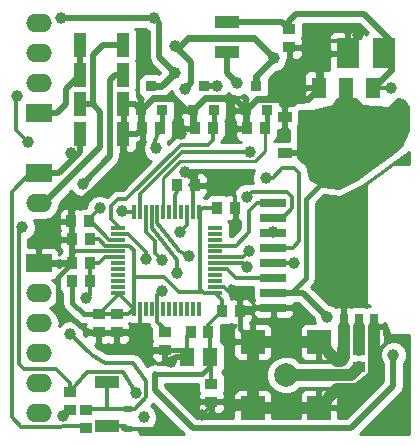
<source format=gbl>
G04 (created by PCBNEW (2013-mar-30)-stable) date Wed 05 Jun 2013 10:13:46 PM CEST*
%MOIN*%
G04 Gerber Fmt 3.4, Leading zero omitted, Abs format*
%FSLAX34Y34*%
G01*
G70*
G90*
G04 APERTURE LIST*
%ADD10C,0.006*%
%ADD11R,0.036X0.036*%
%ADD12R,0.0512X0.0709*%
%ADD13R,0.1496X0.0709*%
%ADD14R,0.0354X0.0394*%
%ADD15R,0.0394X0.0354*%
%ADD16R,0.0512X0.0118*%
%ADD17R,0.0118X0.0512*%
%ADD18R,0.0866142X0.0275591*%
%ADD19R,0.0275591X0.0866142*%
%ADD20C,0.0787402*%
%ADD21R,0.0787402X0.0787402*%
%ADD22R,0.0512X0.059*%
%ADD23R,0.0866X0.06*%
%ADD24O,0.0866X0.06*%
%ADD25R,0.0472441X0.0334646*%
%ADD26R,0.0787402X0.0433071*%
%ADD27R,0.0394X0.0787*%
%ADD28R,0.0315X0.0236*%
%ADD29R,0.0768X0.0984*%
%ADD30R,0.0787X0.0394*%
%ADD31C,0.0393701*%
%ADD32C,0.011811*%
%ADD33C,0.015748*%
%ADD34C,0.01*%
%ADD35C,0.019685*%
%ADD36C,0.023622*%
%ADD37C,0.0393701*%
G04 APERTURE END LIST*
G54D10*
G54D11*
X21900Y-22400D03*
X22600Y-22400D03*
X22250Y-21600D03*
X23650Y-22400D03*
X24350Y-22400D03*
X24000Y-21600D03*
X25400Y-22400D03*
X26100Y-22400D03*
X25750Y-21600D03*
G54D12*
X27834Y-21653D03*
X28740Y-21653D03*
X29646Y-21653D03*
G54D13*
X28740Y-24015D03*
G54D14*
X23104Y-24900D03*
X23696Y-24900D03*
G54D15*
X22700Y-30396D03*
X22700Y-29804D03*
G54D14*
X19604Y-28100D03*
X20196Y-28100D03*
X26046Y-23000D03*
X25454Y-23000D03*
X24296Y-23000D03*
X23704Y-23000D03*
X22546Y-23000D03*
X21954Y-23000D03*
G54D16*
X21136Y-27892D03*
X21136Y-27695D03*
X21136Y-27498D03*
X21136Y-27302D03*
X21136Y-27105D03*
X21136Y-28483D03*
X21136Y-28286D03*
X21136Y-28089D03*
G54D17*
X21667Y-25786D03*
X21864Y-25786D03*
X22061Y-25786D03*
X22258Y-25786D03*
X22455Y-25786D03*
X22652Y-25786D03*
X22848Y-25786D03*
X23045Y-25786D03*
G54D16*
X24364Y-26317D03*
X24364Y-26514D03*
X24364Y-26711D03*
X24364Y-26908D03*
X24364Y-27105D03*
X24364Y-27302D03*
X24364Y-27498D03*
X24364Y-27695D03*
G54D17*
X23833Y-29014D03*
X23636Y-29014D03*
X23439Y-29014D03*
X23242Y-29014D03*
X23045Y-29014D03*
X22848Y-29014D03*
X22652Y-29014D03*
X22455Y-29014D03*
G54D16*
X21136Y-26908D03*
X21136Y-26711D03*
X21136Y-26514D03*
X21136Y-26317D03*
G54D17*
X23242Y-25786D03*
X23439Y-25786D03*
X23636Y-25786D03*
X23833Y-25786D03*
G54D16*
X24364Y-27892D03*
X24364Y-28089D03*
X24364Y-28286D03*
X24364Y-28483D03*
G54D17*
X22258Y-29014D03*
X22061Y-29014D03*
X21864Y-29014D03*
X21667Y-29014D03*
G54D14*
X19604Y-27500D03*
X20196Y-27500D03*
G54D15*
X21100Y-29204D03*
X21100Y-29796D03*
G54D14*
X20196Y-26700D03*
X19604Y-26700D03*
G54D15*
X20500Y-29204D03*
X20500Y-29796D03*
G54D14*
X24454Y-25650D03*
X25046Y-25650D03*
X24604Y-29100D03*
X25196Y-29100D03*
X24154Y-29803D03*
X23562Y-29803D03*
G54D15*
X26850Y-19704D03*
X26850Y-20296D03*
G54D18*
X26314Y-28976D03*
X26314Y-28476D03*
X26314Y-27976D03*
X26314Y-27476D03*
X26314Y-26976D03*
X26314Y-26476D03*
X26314Y-25976D03*
X26314Y-25476D03*
G54D19*
X29657Y-29606D03*
X29157Y-29606D03*
X28657Y-29606D03*
G54D20*
X26732Y-31220D03*
G54D21*
X25629Y-32322D03*
X27834Y-32322D03*
X27834Y-30118D03*
X25629Y-30118D03*
G54D22*
X24193Y-30629D03*
X23443Y-30629D03*
G54D15*
X24251Y-31515D03*
X24251Y-32107D03*
X29173Y-30373D03*
X29173Y-30965D03*
X19527Y-32382D03*
X19527Y-31790D03*
G54D14*
X19585Y-26102D03*
X20177Y-26102D03*
G54D23*
X18500Y-24500D03*
G54D24*
X18500Y-25500D03*
G54D23*
X18500Y-22500D03*
G54D24*
X18500Y-21500D03*
X18500Y-20500D03*
X18500Y-19500D03*
G54D23*
X18500Y-27500D03*
G54D24*
X18500Y-28500D03*
X18500Y-29500D03*
X18500Y-30500D03*
X18500Y-31500D03*
X18500Y-32500D03*
G54D25*
X26692Y-22627D03*
X26692Y-23828D03*
G54D26*
X24763Y-20472D03*
X24763Y-19448D03*
G54D27*
X21318Y-20236D03*
X19862Y-20236D03*
X21318Y-23188D03*
X19862Y-23188D03*
X21318Y-22204D03*
X19862Y-22204D03*
G54D28*
X21456Y-32342D03*
X21456Y-33012D03*
G54D15*
X20078Y-32973D03*
X20078Y-32381D03*
G54D27*
X21318Y-21220D03*
X19862Y-21220D03*
G54D29*
X30000Y-20500D03*
X28800Y-20500D03*
G54D30*
X20767Y-32913D03*
X20767Y-31457D03*
G54D31*
X22403Y-23672D03*
X22086Y-27362D03*
X22598Y-28425D03*
X21279Y-25748D03*
X18129Y-23464D03*
X17775Y-21909D03*
X25511Y-27086D03*
X25433Y-27637D03*
X20078Y-28661D03*
X19311Y-32578D03*
X20531Y-25669D03*
X19547Y-29842D03*
X23208Y-26456D03*
X27007Y-27480D03*
X25551Y-23779D03*
X25433Y-25275D03*
X23110Y-27834D03*
X26299Y-26456D03*
X23503Y-27244D03*
X22598Y-27401D03*
X26062Y-24645D03*
X28818Y-23543D03*
X29173Y-23228D03*
X28464Y-23228D03*
X30314Y-30551D03*
X28110Y-29291D03*
X30236Y-21653D03*
X22007Y-32637D03*
X17952Y-26299D03*
X21751Y-31811D03*
X25118Y-21496D03*
X28307Y-25669D03*
X30393Y-32716D03*
X29133Y-19881D03*
X23937Y-32559D03*
X22677Y-32755D03*
X23070Y-31732D03*
X22913Y-30787D03*
X23385Y-24448D03*
X23228Y-23188D03*
X24448Y-21574D03*
X22322Y-19330D03*
X19251Y-19330D03*
X23037Y-21150D03*
X23385Y-21692D03*
X26338Y-20669D03*
X23037Y-20250D03*
X19566Y-23818D03*
X19960Y-24842D03*
G54D32*
X21136Y-26514D02*
X21474Y-26514D01*
X22311Y-23580D02*
X22546Y-23000D01*
X22403Y-23672D02*
X22311Y-23580D01*
X22086Y-27125D02*
X22086Y-27362D01*
X21474Y-26514D02*
X22086Y-27125D01*
G54D33*
X22600Y-22400D02*
X22600Y-22946D01*
X22600Y-22946D02*
X22546Y-23000D01*
G54D32*
X22455Y-28568D02*
X22455Y-29014D01*
X22598Y-28425D02*
X22455Y-28568D01*
X22700Y-29804D02*
X22700Y-29700D01*
X22455Y-29455D02*
X22455Y-29014D01*
X22700Y-29700D02*
X22455Y-29455D01*
X21136Y-26317D02*
X21136Y-26254D01*
X24296Y-23381D02*
X24296Y-23000D01*
X24133Y-23543D02*
X24296Y-23381D01*
X23228Y-23543D02*
X24133Y-23543D01*
X21417Y-25354D02*
X23228Y-23543D01*
X21141Y-25354D02*
X21417Y-25354D01*
X20905Y-25590D02*
X21141Y-25354D01*
X20905Y-26023D02*
X20905Y-25590D01*
X21136Y-26254D02*
X20905Y-26023D01*
G54D33*
X24350Y-22400D02*
X24350Y-22946D01*
X24350Y-22946D02*
X24296Y-23000D01*
G54D32*
X21317Y-25786D02*
X21667Y-25786D01*
X21279Y-25748D02*
X21317Y-25786D01*
X17736Y-23070D02*
X18129Y-23464D01*
X17736Y-21948D02*
X17736Y-23070D01*
X17775Y-21909D02*
X17736Y-21948D01*
X18500Y-32500D02*
X18500Y-32500D01*
X24364Y-27302D02*
X25296Y-27302D01*
X25296Y-27302D02*
X25511Y-27086D01*
X25293Y-27498D02*
X24364Y-27498D01*
X25433Y-27637D02*
X25293Y-27498D01*
X20196Y-28544D02*
X20196Y-28100D01*
X20078Y-28661D02*
X20196Y-28544D01*
X20196Y-28100D02*
X20196Y-27500D01*
X20196Y-27500D02*
X20500Y-27500D01*
X20698Y-27302D02*
X21136Y-27302D01*
X20500Y-27500D02*
X20698Y-27302D01*
X20177Y-26102D02*
X20177Y-26022D01*
X19507Y-32382D02*
X19527Y-32382D01*
X19311Y-32578D02*
X19507Y-32382D01*
X20177Y-26022D02*
X20531Y-25669D01*
X21136Y-26711D02*
X20844Y-26711D01*
X20236Y-26102D02*
X20177Y-26102D01*
X20844Y-26711D02*
X20236Y-26102D01*
X20767Y-31457D02*
X20767Y-32341D01*
X20767Y-32341D02*
X20767Y-32283D01*
X20767Y-32283D02*
X20767Y-32341D01*
X23439Y-25786D02*
X23439Y-26226D01*
X21712Y-32342D02*
X21299Y-32342D01*
X22086Y-31968D02*
X21712Y-32342D01*
X22086Y-31437D02*
X22086Y-31968D01*
X21653Y-30807D02*
X22086Y-31437D01*
X20708Y-30807D02*
X21653Y-30807D01*
X19547Y-29842D02*
X20275Y-30570D01*
X20275Y-30570D02*
X20708Y-30807D01*
X23439Y-26226D02*
X23208Y-26456D01*
X20196Y-32341D02*
X20767Y-32341D01*
X20767Y-32341D02*
X20787Y-32341D01*
X20787Y-32342D02*
X21299Y-32342D01*
X20787Y-32341D02*
X20787Y-32342D01*
G54D34*
X22652Y-25786D02*
X22652Y-24648D01*
X22652Y-24648D02*
X23200Y-24100D01*
G54D33*
X26100Y-22400D02*
X26100Y-22946D01*
X26100Y-22946D02*
X26046Y-23000D01*
G54D34*
X26046Y-23754D02*
X26046Y-23000D01*
X25700Y-24100D02*
X26046Y-23754D01*
X23200Y-24100D02*
X25700Y-24100D01*
G54D32*
X26314Y-27976D02*
X25062Y-27976D01*
X24781Y-27695D02*
X24364Y-27695D01*
X25062Y-27976D02*
X24781Y-27695D01*
X21864Y-25786D02*
X21864Y-25183D01*
X27003Y-27476D02*
X26314Y-27476D01*
X27007Y-27480D02*
X27003Y-27476D01*
X23267Y-23779D02*
X25551Y-23779D01*
X21864Y-25183D02*
X23267Y-23779D01*
X24364Y-26908D02*
X25060Y-26908D01*
X25783Y-25476D02*
X26314Y-25476D01*
X25511Y-25748D02*
X25783Y-25476D01*
X25511Y-26456D02*
X25511Y-25748D01*
X25060Y-26908D02*
X25511Y-26456D01*
X26314Y-25976D02*
X26622Y-25976D01*
X25590Y-25118D02*
X25433Y-25275D01*
X26771Y-25118D02*
X25590Y-25118D01*
X26929Y-25275D02*
X26771Y-25118D01*
X26929Y-25669D02*
X26929Y-25275D01*
X26622Y-25976D02*
X26929Y-25669D01*
X22258Y-26313D02*
X23110Y-27401D01*
X23110Y-27401D02*
X23110Y-27834D01*
X22258Y-25786D02*
X22258Y-26313D01*
X22455Y-25786D02*
X22455Y-26155D01*
X26314Y-26472D02*
X26314Y-26476D01*
X26299Y-26456D02*
X26314Y-26472D01*
X23095Y-26982D02*
X23188Y-27086D01*
X23188Y-27086D02*
X23503Y-27244D01*
X22455Y-26155D02*
X23095Y-26982D01*
X26314Y-26976D02*
X26960Y-26976D01*
X22061Y-26470D02*
X22061Y-25786D01*
X22362Y-26771D02*
X22061Y-26470D01*
X22362Y-27165D02*
X22362Y-26771D01*
X22598Y-27401D02*
X22362Y-27165D01*
X26299Y-24645D02*
X26062Y-24645D01*
X26614Y-24330D02*
X26299Y-24645D01*
X27007Y-24330D02*
X26614Y-24330D01*
X27165Y-24488D02*
X27007Y-24330D01*
X27165Y-26771D02*
X27165Y-24488D01*
X26960Y-26976D02*
X27165Y-26771D01*
X28464Y-23228D02*
X29173Y-23228D01*
X28818Y-23543D02*
X28858Y-23543D01*
X28503Y-23267D02*
X28464Y-23228D01*
X28503Y-23267D02*
X28740Y-23267D01*
G54D35*
X26692Y-23828D02*
X28553Y-23828D01*
X28553Y-23828D02*
X28740Y-24015D01*
X22362Y-31181D02*
X22362Y-31732D01*
X22362Y-31732D02*
X23622Y-32992D01*
X23622Y-32992D02*
X28897Y-32992D01*
X28897Y-32992D02*
X30314Y-31574D01*
X30314Y-31574D02*
X30314Y-30551D01*
X28110Y-29291D02*
X27295Y-28476D01*
X27295Y-28476D02*
X26314Y-28476D01*
G54D33*
X24193Y-30629D02*
X24193Y-30924D01*
X24193Y-30924D02*
X23937Y-31181D01*
X23937Y-31181D02*
X22362Y-31181D01*
X20500Y-29204D02*
X20000Y-29204D01*
X20000Y-29204D02*
X19991Y-29204D01*
X19991Y-29204D02*
X19604Y-28816D01*
X19604Y-28816D02*
X19604Y-28100D01*
X26314Y-28476D02*
X26917Y-28476D01*
X26917Y-28476D02*
X27401Y-27992D01*
X27401Y-27992D02*
X27401Y-25354D01*
X27401Y-25354D02*
X28740Y-24015D01*
G54D32*
X23956Y-28444D02*
X23169Y-28444D01*
X22677Y-27952D02*
X21667Y-27952D01*
X23169Y-28444D02*
X22677Y-27952D01*
X21667Y-27952D02*
X21692Y-27952D01*
X21692Y-27952D02*
X21667Y-27952D01*
X24364Y-28483D02*
X23994Y-28483D01*
X23858Y-25811D02*
X23833Y-25786D01*
X23858Y-28346D02*
X23858Y-25811D01*
X23994Y-28483D02*
X23956Y-28444D01*
X23956Y-28444D02*
X23858Y-28346D01*
X24154Y-29803D02*
X24154Y-29549D01*
X24154Y-29549D02*
X24604Y-29100D01*
X24193Y-30629D02*
X24193Y-29842D01*
X24193Y-29842D02*
X24154Y-29803D01*
X24251Y-31515D02*
X24251Y-30687D01*
X24251Y-30687D02*
X24193Y-30629D01*
G54D35*
X28740Y-21653D02*
X28740Y-23267D01*
X28740Y-23267D02*
X28740Y-24015D01*
G54D32*
X24454Y-25650D02*
X23969Y-25650D01*
X23969Y-25650D02*
X23833Y-25786D01*
X24604Y-29100D02*
X24604Y-28723D01*
X24604Y-28723D02*
X24364Y-28483D01*
X21136Y-28483D02*
X21136Y-28568D01*
X21136Y-28568D02*
X20500Y-29204D01*
X21136Y-26908D02*
X21508Y-26908D01*
X21508Y-26908D02*
X21667Y-27067D01*
X21667Y-27100D02*
X21667Y-27952D01*
X21667Y-27067D02*
X21667Y-27100D01*
X21667Y-27952D02*
X21667Y-29014D01*
X21136Y-28483D02*
X21667Y-29014D01*
X21100Y-29204D02*
X21477Y-29204D01*
X21477Y-29204D02*
X21667Y-29014D01*
X20500Y-29204D02*
X21100Y-29204D01*
X20196Y-26700D02*
X20500Y-26700D01*
X20708Y-26908D02*
X21136Y-26908D01*
X20500Y-26700D02*
X20708Y-26908D01*
X29646Y-21653D02*
X30236Y-21653D01*
X30236Y-21653D02*
X30236Y-21653D01*
G54D35*
X26850Y-19704D02*
X26850Y-19409D01*
X29330Y-19173D02*
X30236Y-20078D01*
X27086Y-19173D02*
X29330Y-19173D01*
X26850Y-19409D02*
X27086Y-19173D01*
X24763Y-19448D02*
X26595Y-19448D01*
X26595Y-19448D02*
X26850Y-19704D01*
G54D36*
X30236Y-20078D02*
X30236Y-21063D01*
X30236Y-21063D02*
X29646Y-21653D01*
G54D32*
X19527Y-31790D02*
X19527Y-31476D01*
X17834Y-26417D02*
X17952Y-26299D01*
X17834Y-30846D02*
X17834Y-26417D01*
X18011Y-31023D02*
X17834Y-30846D01*
X19074Y-31023D02*
X18011Y-31023D01*
X19527Y-31476D02*
X19074Y-31023D01*
X19527Y-31790D02*
X19547Y-31790D01*
X19547Y-31790D02*
X20118Y-31122D01*
X20118Y-31122D02*
X21299Y-31122D01*
X21299Y-31122D02*
X21751Y-31811D01*
G54D35*
X24763Y-20472D02*
X24763Y-21141D01*
X24763Y-21141D02*
X25118Y-21496D01*
X19862Y-21220D02*
X19862Y-20236D01*
X18500Y-22500D02*
X19114Y-22500D01*
X19114Y-22500D02*
X19409Y-22204D01*
X19409Y-22204D02*
X19409Y-21673D01*
X19409Y-21673D02*
X19862Y-21220D01*
G54D32*
X20767Y-32913D02*
X21357Y-32913D01*
X21357Y-32913D02*
X21456Y-33012D01*
X28657Y-29606D02*
X28657Y-26019D01*
X28657Y-26019D02*
X28307Y-25669D01*
X29657Y-29606D02*
X29960Y-29606D01*
X30826Y-32283D02*
X30393Y-32716D01*
X30826Y-30275D02*
X30826Y-32283D01*
X30629Y-30078D02*
X30826Y-30275D01*
X30236Y-30078D02*
X30629Y-30078D01*
X30039Y-29881D02*
X30236Y-30078D01*
X30039Y-29685D02*
X30039Y-29881D01*
X29960Y-29606D02*
X30039Y-29685D01*
X27874Y-20078D02*
X28937Y-20078D01*
X28937Y-20078D02*
X29133Y-19881D01*
X21299Y-33012D02*
X22420Y-33012D01*
X24251Y-32244D02*
X24251Y-32107D01*
X23937Y-32559D02*
X24251Y-32244D01*
X22420Y-33012D02*
X22677Y-32755D01*
G54D35*
X21318Y-23188D02*
X21318Y-24075D01*
X19585Y-25689D02*
X19585Y-26102D01*
X19803Y-25472D02*
X19585Y-25689D01*
X19921Y-25472D02*
X19803Y-25472D01*
X21318Y-24075D02*
X19921Y-25472D01*
X19604Y-27500D02*
X19604Y-26120D01*
X19604Y-26120D02*
X19585Y-26102D01*
X18500Y-27500D02*
X19604Y-27500D01*
X21318Y-22204D02*
X21704Y-22204D01*
X21704Y-22204D02*
X21900Y-22400D01*
X21318Y-23188D02*
X21765Y-23188D01*
X21765Y-23188D02*
X21954Y-23000D01*
X26692Y-22627D02*
X26692Y-22283D01*
X26692Y-22283D02*
X26968Y-22007D01*
G54D33*
X20500Y-29796D02*
X20268Y-29796D01*
X19133Y-27970D02*
X19212Y-27891D01*
X19122Y-28754D02*
X19133Y-27970D01*
X19359Y-29148D02*
X19122Y-28754D01*
X20000Y-29685D02*
X19359Y-29148D01*
X20268Y-29796D02*
X20000Y-29685D01*
X19212Y-27891D02*
X19604Y-27500D01*
G54D35*
X22700Y-30396D02*
X22285Y-30396D01*
X22285Y-30396D02*
X21685Y-29796D01*
X21685Y-29796D02*
X21100Y-29796D01*
X24251Y-32107D02*
X25414Y-32107D01*
X25414Y-32107D02*
X25629Y-32322D01*
X23443Y-30629D02*
X23070Y-30629D01*
X23445Y-32107D02*
X24251Y-32107D01*
X23070Y-31732D02*
X23445Y-32107D01*
X23070Y-30629D02*
X22913Y-30787D01*
G54D33*
X21100Y-29796D02*
X21685Y-29796D01*
X23209Y-30396D02*
X23443Y-30629D01*
X22285Y-30396D02*
X23209Y-30396D01*
X21685Y-29796D02*
X22285Y-30396D01*
X26850Y-20296D02*
X27656Y-20296D01*
X27656Y-20296D02*
X27874Y-20078D01*
G54D32*
X19604Y-26700D02*
X19604Y-26120D01*
X19604Y-26120D02*
X19585Y-26102D01*
G54D33*
X23704Y-23000D02*
X23417Y-23000D01*
X23696Y-24758D02*
X23696Y-24900D01*
X23385Y-24448D02*
X23696Y-24758D01*
X23417Y-23000D02*
X23228Y-23188D01*
G54D36*
X25400Y-22400D02*
X25400Y-22395D01*
X27479Y-22007D02*
X27834Y-21653D01*
X25787Y-22007D02*
X26968Y-22007D01*
X26968Y-22007D02*
X27479Y-22007D01*
X25400Y-22395D02*
X25787Y-22007D01*
X27874Y-20078D02*
X27874Y-21613D01*
X27874Y-21613D02*
X27834Y-21653D01*
G54D32*
X23443Y-30629D02*
X23443Y-29921D01*
X23443Y-29921D02*
X23562Y-29803D01*
G54D33*
X25196Y-29100D02*
X25196Y-29684D01*
X25196Y-29684D02*
X25629Y-30118D01*
X26314Y-28976D02*
X25319Y-28976D01*
X25319Y-28976D02*
X25196Y-29100D01*
G54D37*
X25629Y-32322D02*
X25629Y-30118D01*
X27834Y-32322D02*
X25629Y-32322D01*
X28657Y-29606D02*
X28657Y-30633D01*
X28425Y-30748D02*
X27834Y-30118D01*
X28582Y-30748D02*
X28425Y-30748D01*
X28657Y-30633D02*
X28582Y-30748D01*
X29657Y-29606D02*
X29657Y-31248D01*
X28425Y-31692D02*
X27834Y-32322D01*
X29094Y-31692D02*
X28425Y-31692D01*
X29657Y-31248D02*
X29094Y-31692D01*
X27834Y-30118D02*
X25629Y-30118D01*
G54D32*
X19604Y-27004D02*
X19604Y-26700D01*
X19705Y-27105D02*
X19604Y-27004D01*
X19604Y-27500D02*
X19604Y-27206D01*
X19604Y-27206D02*
X19705Y-27105D01*
X21136Y-27105D02*
X19705Y-27105D01*
X23546Y-24900D02*
X24700Y-24900D01*
X23636Y-24990D02*
X23546Y-24900D01*
X23636Y-25786D02*
X23636Y-24990D01*
X24700Y-24900D02*
X25046Y-25246D01*
X25046Y-25246D02*
X25046Y-25650D01*
X24364Y-28286D02*
X24686Y-28286D01*
X24686Y-28286D02*
X25196Y-28796D01*
X25196Y-28796D02*
X25196Y-29100D01*
X21100Y-29796D02*
X21604Y-29796D01*
X21864Y-29536D02*
X21864Y-29500D01*
X21864Y-29500D02*
X21864Y-29014D01*
X21604Y-29796D02*
X21864Y-29536D01*
X20500Y-29796D02*
X21100Y-29796D01*
G54D36*
X21900Y-22400D02*
X21900Y-22946D01*
X21900Y-22946D02*
X21954Y-23000D01*
X23650Y-22400D02*
X23650Y-22946D01*
X23650Y-22946D02*
X23704Y-23000D01*
X25400Y-22400D02*
X25400Y-22946D01*
X25400Y-22946D02*
X25454Y-23000D01*
X23650Y-22400D02*
X23400Y-22400D01*
X22300Y-22000D02*
X21900Y-22400D01*
X23000Y-22000D02*
X22300Y-22000D01*
X23400Y-22400D02*
X23000Y-22000D01*
X25400Y-22400D02*
X25000Y-22000D01*
X24050Y-22000D02*
X23650Y-22400D01*
X25000Y-22000D02*
X24050Y-22000D01*
G54D35*
X24000Y-21600D02*
X24423Y-21600D01*
X24423Y-21600D02*
X24448Y-21574D01*
X22322Y-19330D02*
X22362Y-19330D01*
X19251Y-19330D02*
X22362Y-19330D01*
X22519Y-20632D02*
X23037Y-21150D01*
X22362Y-19330D02*
X22519Y-19488D01*
X22519Y-19488D02*
X22519Y-20632D01*
G54D36*
X22250Y-21600D02*
X22587Y-21600D01*
X22587Y-21600D02*
X23037Y-21150D01*
G54D32*
X23054Y-24900D02*
X23200Y-24900D01*
X23045Y-25245D02*
X23045Y-25786D01*
X23200Y-24900D02*
X23045Y-25245D01*
G54D35*
X23582Y-20795D02*
X23037Y-20250D01*
X23582Y-21496D02*
X23582Y-20795D01*
X23385Y-21692D02*
X23582Y-21496D01*
G54D36*
X23037Y-20250D02*
X23214Y-20250D01*
X23214Y-20250D02*
X23464Y-20000D01*
X23464Y-20000D02*
X25669Y-20000D01*
X25669Y-20000D02*
X26338Y-20669D01*
X25750Y-21257D02*
X25750Y-21600D01*
X26338Y-20669D02*
X25750Y-21257D01*
G54D37*
X26732Y-31220D02*
X28918Y-31220D01*
X28918Y-31220D02*
X29173Y-30965D01*
X29173Y-30373D02*
X29173Y-29622D01*
X29173Y-29622D02*
X29157Y-29606D01*
G54D32*
X19291Y-32913D02*
X20176Y-32913D01*
X18216Y-24500D02*
X17598Y-25118D01*
X17598Y-25118D02*
X17598Y-32637D01*
X17598Y-32637D02*
X17913Y-32952D01*
X17913Y-32952D02*
X19251Y-32952D01*
X19251Y-32952D02*
X19291Y-32913D01*
X18500Y-24500D02*
X18216Y-24500D01*
X20176Y-32913D02*
X20196Y-32933D01*
G54D35*
X21318Y-21220D02*
X21023Y-21220D01*
X19665Y-23917D02*
X19744Y-23917D01*
X19566Y-23818D02*
X19665Y-23917D01*
X20866Y-23937D02*
X19960Y-24842D01*
X20866Y-21377D02*
X20866Y-23937D01*
X21023Y-21220D02*
X20866Y-21377D01*
X18500Y-24500D02*
X19161Y-24500D01*
X19862Y-23798D02*
X19862Y-23188D01*
X19161Y-24500D02*
X19744Y-23917D01*
X19744Y-23917D02*
X19862Y-23798D01*
X21318Y-20236D02*
X20629Y-20236D01*
X20314Y-20551D02*
X20314Y-22204D01*
X20629Y-20236D02*
X20314Y-20551D01*
X19862Y-22204D02*
X20314Y-22204D01*
X18673Y-25500D02*
X18500Y-25500D01*
X20551Y-23622D02*
X18673Y-25500D01*
X20551Y-22440D02*
X20551Y-23622D01*
X20314Y-22204D02*
X20551Y-22440D01*
G54D10*
G36*
X19798Y-29463D02*
X19636Y-29395D01*
X19458Y-29395D01*
X19294Y-29463D01*
X19181Y-29576D01*
X19196Y-29500D01*
X19154Y-29289D01*
X19035Y-29111D01*
X18869Y-29000D01*
X19035Y-28888D01*
X19154Y-28710D01*
X19196Y-28500D01*
X19154Y-28289D01*
X19035Y-28111D01*
X18943Y-28049D01*
X18982Y-28049D01*
X19074Y-28011D01*
X19145Y-27941D01*
X19177Y-27864D01*
X19176Y-27952D01*
X19176Y-28346D01*
X19214Y-28438D01*
X19275Y-28498D01*
X19275Y-28816D01*
X19300Y-28942D01*
X19371Y-29049D01*
X19758Y-29436D01*
X19798Y-29463D01*
X19798Y-29463D01*
G37*
G54D34*
X19798Y-29463D02*
X19636Y-29395D01*
X19458Y-29395D01*
X19294Y-29463D01*
X19181Y-29576D01*
X19196Y-29500D01*
X19154Y-29289D01*
X19035Y-29111D01*
X18869Y-29000D01*
X19035Y-28888D01*
X19154Y-28710D01*
X19196Y-28500D01*
X19154Y-28289D01*
X19035Y-28111D01*
X18943Y-28049D01*
X18982Y-28049D01*
X19074Y-28011D01*
X19145Y-27941D01*
X19177Y-27864D01*
X19176Y-27952D01*
X19176Y-28346D01*
X19214Y-28438D01*
X19275Y-28498D01*
X19275Y-28816D01*
X19300Y-28942D01*
X19371Y-29049D01*
X19758Y-29436D01*
X19798Y-29463D01*
G54D10*
G36*
X21111Y-32962D02*
X21049Y-32962D01*
X21049Y-32963D01*
X20817Y-32963D01*
X20817Y-32970D01*
X20717Y-32970D01*
X20717Y-32963D01*
X20709Y-32963D01*
X20709Y-32863D01*
X20717Y-32863D01*
X20717Y-32855D01*
X20817Y-32855D01*
X20817Y-32863D01*
X21049Y-32863D01*
X21049Y-32899D01*
X21111Y-32962D01*
X21111Y-32962D01*
G37*
G54D34*
X21111Y-32962D02*
X21049Y-32962D01*
X21049Y-32963D01*
X20817Y-32963D01*
X20817Y-32970D01*
X20717Y-32970D01*
X20717Y-32963D01*
X20709Y-32963D01*
X20709Y-32863D01*
X20717Y-32863D01*
X20717Y-32855D01*
X20817Y-32855D01*
X20817Y-32863D01*
X21049Y-32863D01*
X21049Y-32899D01*
X21111Y-32962D01*
G54D10*
G36*
X21514Y-33062D02*
X21506Y-33062D01*
X21506Y-33070D01*
X21411Y-33070D01*
X21411Y-33025D01*
X21398Y-33013D01*
X21398Y-32962D01*
X21406Y-32962D01*
X21406Y-32954D01*
X21506Y-32954D01*
X21506Y-32962D01*
X21514Y-32962D01*
X21514Y-33062D01*
X21514Y-33062D01*
G37*
G54D34*
X21514Y-33062D02*
X21506Y-33062D01*
X21506Y-33070D01*
X21411Y-33070D01*
X21411Y-33025D01*
X21398Y-33013D01*
X21398Y-32962D01*
X21406Y-32962D01*
X21406Y-32954D01*
X21506Y-32954D01*
X21506Y-32962D01*
X21514Y-32962D01*
X21514Y-33062D01*
G54D10*
G36*
X22244Y-24090D02*
X21289Y-25045D01*
X21141Y-25045D01*
X21023Y-25068D01*
X20923Y-25135D01*
X20773Y-25285D01*
X20620Y-25222D01*
X20443Y-25222D01*
X20278Y-25290D01*
X20152Y-25415D01*
X20084Y-25580D01*
X20084Y-25655D01*
X19951Y-25655D01*
X19881Y-25684D01*
X19812Y-25655D01*
X19698Y-25655D01*
X19635Y-25717D01*
X19635Y-26052D01*
X19643Y-26052D01*
X19643Y-26152D01*
X19635Y-26152D01*
X19635Y-26486D01*
X19654Y-26504D01*
X19654Y-26650D01*
X19661Y-26650D01*
X19661Y-26750D01*
X19654Y-26750D01*
X19654Y-27084D01*
X19669Y-27100D01*
X19654Y-27115D01*
X19654Y-27450D01*
X19661Y-27450D01*
X19661Y-27550D01*
X19654Y-27550D01*
X19654Y-27557D01*
X19554Y-27557D01*
X19554Y-27550D01*
X19554Y-27450D01*
X19554Y-27115D01*
X19538Y-27100D01*
X19554Y-27084D01*
X19554Y-26750D01*
X19554Y-26650D01*
X19554Y-26315D01*
X19535Y-26297D01*
X19535Y-26152D01*
X19535Y-26052D01*
X19535Y-25717D01*
X19473Y-25655D01*
X19359Y-25655D01*
X19267Y-25693D01*
X19197Y-25763D01*
X19158Y-25855D01*
X19158Y-25954D01*
X19158Y-25989D01*
X19221Y-26052D01*
X19535Y-26052D01*
X19535Y-26152D01*
X19221Y-26152D01*
X19158Y-26214D01*
X19158Y-26249D01*
X19158Y-26349D01*
X19189Y-26422D01*
X19177Y-26453D01*
X19176Y-26552D01*
X19177Y-26587D01*
X19239Y-26650D01*
X19554Y-26650D01*
X19554Y-26750D01*
X19239Y-26750D01*
X19177Y-26812D01*
X19176Y-26847D01*
X19177Y-26946D01*
X19215Y-27038D01*
X19276Y-27100D01*
X19215Y-27161D01*
X19183Y-27238D01*
X19183Y-27150D01*
X19145Y-27058D01*
X19074Y-26988D01*
X18982Y-26950D01*
X18883Y-26949D01*
X18612Y-26950D01*
X18550Y-27012D01*
X18550Y-27450D01*
X19120Y-27450D01*
X19180Y-27390D01*
X19239Y-27450D01*
X19554Y-27450D01*
X19554Y-27550D01*
X19239Y-27550D01*
X19180Y-27609D01*
X19120Y-27550D01*
X18550Y-27550D01*
X18550Y-27557D01*
X18450Y-27557D01*
X18450Y-27550D01*
X18442Y-27550D01*
X18442Y-27450D01*
X18450Y-27450D01*
X18450Y-27012D01*
X18387Y-26950D01*
X18143Y-26949D01*
X18143Y-26703D01*
X18205Y-26678D01*
X18331Y-26552D01*
X18399Y-26388D01*
X18399Y-26210D01*
X18331Y-26046D01*
X18330Y-26045D01*
X18353Y-26050D01*
X18646Y-26050D01*
X18856Y-26008D01*
X19035Y-25888D01*
X19154Y-25710D01*
X19196Y-25500D01*
X19191Y-25474D01*
X19578Y-25087D01*
X19581Y-25095D01*
X19707Y-25221D01*
X19871Y-25289D01*
X20049Y-25289D01*
X20213Y-25221D01*
X20339Y-25095D01*
X20407Y-24931D01*
X20407Y-24888D01*
X21112Y-24183D01*
X21112Y-24183D01*
X21112Y-24183D01*
X21188Y-24070D01*
X21214Y-23937D01*
X21214Y-23937D01*
X21214Y-23937D01*
X21214Y-23823D01*
X21268Y-23769D01*
X21268Y-23238D01*
X21260Y-23238D01*
X21260Y-23138D01*
X21268Y-23138D01*
X21268Y-22785D01*
X21268Y-22607D01*
X21268Y-22254D01*
X21260Y-22254D01*
X21260Y-22154D01*
X21268Y-22154D01*
X21268Y-22146D01*
X21368Y-22146D01*
X21368Y-22154D01*
X21376Y-22154D01*
X21376Y-22254D01*
X21368Y-22254D01*
X21368Y-22607D01*
X21368Y-22785D01*
X21368Y-23138D01*
X21376Y-23138D01*
X21376Y-23238D01*
X21368Y-23238D01*
X21368Y-23769D01*
X21431Y-23832D01*
X21565Y-23832D01*
X21656Y-23794D01*
X21727Y-23724D01*
X21765Y-23632D01*
X21765Y-23532D01*
X21765Y-23447D01*
X21841Y-23447D01*
X21904Y-23384D01*
X21904Y-23050D01*
X21896Y-23050D01*
X21896Y-22950D01*
X21904Y-22950D01*
X21904Y-22942D01*
X22004Y-22942D01*
X22004Y-22950D01*
X22011Y-22950D01*
X22011Y-23050D01*
X22004Y-23050D01*
X22004Y-23384D01*
X22031Y-23412D01*
X22024Y-23418D01*
X21956Y-23583D01*
X21956Y-23760D01*
X22024Y-23925D01*
X22149Y-24051D01*
X22244Y-24090D01*
X22244Y-24090D01*
G37*
G54D34*
X22244Y-24090D02*
X21289Y-25045D01*
X21141Y-25045D01*
X21023Y-25068D01*
X20923Y-25135D01*
X20773Y-25285D01*
X20620Y-25222D01*
X20443Y-25222D01*
X20278Y-25290D01*
X20152Y-25415D01*
X20084Y-25580D01*
X20084Y-25655D01*
X19951Y-25655D01*
X19881Y-25684D01*
X19812Y-25655D01*
X19698Y-25655D01*
X19635Y-25717D01*
X19635Y-26052D01*
X19643Y-26052D01*
X19643Y-26152D01*
X19635Y-26152D01*
X19635Y-26486D01*
X19654Y-26504D01*
X19654Y-26650D01*
X19661Y-26650D01*
X19661Y-26750D01*
X19654Y-26750D01*
X19654Y-27084D01*
X19669Y-27100D01*
X19654Y-27115D01*
X19654Y-27450D01*
X19661Y-27450D01*
X19661Y-27550D01*
X19654Y-27550D01*
X19654Y-27557D01*
X19554Y-27557D01*
X19554Y-27550D01*
X19554Y-27450D01*
X19554Y-27115D01*
X19538Y-27100D01*
X19554Y-27084D01*
X19554Y-26750D01*
X19554Y-26650D01*
X19554Y-26315D01*
X19535Y-26297D01*
X19535Y-26152D01*
X19535Y-26052D01*
X19535Y-25717D01*
X19473Y-25655D01*
X19359Y-25655D01*
X19267Y-25693D01*
X19197Y-25763D01*
X19158Y-25855D01*
X19158Y-25954D01*
X19158Y-25989D01*
X19221Y-26052D01*
X19535Y-26052D01*
X19535Y-26152D01*
X19221Y-26152D01*
X19158Y-26214D01*
X19158Y-26249D01*
X19158Y-26349D01*
X19189Y-26422D01*
X19177Y-26453D01*
X19176Y-26552D01*
X19177Y-26587D01*
X19239Y-26650D01*
X19554Y-26650D01*
X19554Y-26750D01*
X19239Y-26750D01*
X19177Y-26812D01*
X19176Y-26847D01*
X19177Y-26946D01*
X19215Y-27038D01*
X19276Y-27100D01*
X19215Y-27161D01*
X19183Y-27238D01*
X19183Y-27150D01*
X19145Y-27058D01*
X19074Y-26988D01*
X18982Y-26950D01*
X18883Y-26949D01*
X18612Y-26950D01*
X18550Y-27012D01*
X18550Y-27450D01*
X19120Y-27450D01*
X19180Y-27390D01*
X19239Y-27450D01*
X19554Y-27450D01*
X19554Y-27550D01*
X19239Y-27550D01*
X19180Y-27609D01*
X19120Y-27550D01*
X18550Y-27550D01*
X18550Y-27557D01*
X18450Y-27557D01*
X18450Y-27550D01*
X18442Y-27550D01*
X18442Y-27450D01*
X18450Y-27450D01*
X18450Y-27012D01*
X18387Y-26950D01*
X18143Y-26949D01*
X18143Y-26703D01*
X18205Y-26678D01*
X18331Y-26552D01*
X18399Y-26388D01*
X18399Y-26210D01*
X18331Y-26046D01*
X18330Y-26045D01*
X18353Y-26050D01*
X18646Y-26050D01*
X18856Y-26008D01*
X19035Y-25888D01*
X19154Y-25710D01*
X19196Y-25500D01*
X19191Y-25474D01*
X19578Y-25087D01*
X19581Y-25095D01*
X19707Y-25221D01*
X19871Y-25289D01*
X20049Y-25289D01*
X20213Y-25221D01*
X20339Y-25095D01*
X20407Y-24931D01*
X20407Y-24888D01*
X21112Y-24183D01*
X21112Y-24183D01*
X21112Y-24183D01*
X21188Y-24070D01*
X21214Y-23937D01*
X21214Y-23937D01*
X21214Y-23937D01*
X21214Y-23823D01*
X21268Y-23769D01*
X21268Y-23238D01*
X21260Y-23238D01*
X21260Y-23138D01*
X21268Y-23138D01*
X21268Y-22785D01*
X21268Y-22607D01*
X21268Y-22254D01*
X21260Y-22254D01*
X21260Y-22154D01*
X21268Y-22154D01*
X21268Y-22146D01*
X21368Y-22146D01*
X21368Y-22154D01*
X21376Y-22154D01*
X21376Y-22254D01*
X21368Y-22254D01*
X21368Y-22607D01*
X21368Y-22785D01*
X21368Y-23138D01*
X21376Y-23138D01*
X21376Y-23238D01*
X21368Y-23238D01*
X21368Y-23769D01*
X21431Y-23832D01*
X21565Y-23832D01*
X21656Y-23794D01*
X21727Y-23724D01*
X21765Y-23632D01*
X21765Y-23532D01*
X21765Y-23447D01*
X21841Y-23447D01*
X21904Y-23384D01*
X21904Y-23050D01*
X21896Y-23050D01*
X21896Y-22950D01*
X21904Y-22950D01*
X21904Y-22942D01*
X22004Y-22942D01*
X22004Y-22950D01*
X22011Y-22950D01*
X22011Y-23050D01*
X22004Y-23050D01*
X22004Y-23384D01*
X22031Y-23412D01*
X22024Y-23418D01*
X21956Y-23583D01*
X21956Y-23760D01*
X22024Y-23925D01*
X22149Y-24051D01*
X22244Y-24090D01*
G54D10*
G36*
X22530Y-21136D02*
X22491Y-21174D01*
X22479Y-21170D01*
X22380Y-21169D01*
X22020Y-21169D01*
X21928Y-21207D01*
X21858Y-21278D01*
X21820Y-21370D01*
X21819Y-21469D01*
X21819Y-21829D01*
X21857Y-21921D01*
X21928Y-21991D01*
X21972Y-22010D01*
X21950Y-22032D01*
X21950Y-22350D01*
X21957Y-22350D01*
X21957Y-22450D01*
X21950Y-22450D01*
X21950Y-22457D01*
X21850Y-22457D01*
X21850Y-22450D01*
X21842Y-22450D01*
X21842Y-22350D01*
X21850Y-22350D01*
X21850Y-22032D01*
X21787Y-21970D01*
X21765Y-21969D01*
X21765Y-21860D01*
X21765Y-21761D01*
X21745Y-21712D01*
X21765Y-21663D01*
X21765Y-21564D01*
X21765Y-20777D01*
X21745Y-20728D01*
X21765Y-20679D01*
X21765Y-20580D01*
X21765Y-19793D01*
X21727Y-19701D01*
X21705Y-19679D01*
X22039Y-19679D01*
X22069Y-19709D01*
X22171Y-19751D01*
X22171Y-20632D01*
X22171Y-20632D01*
X22193Y-20743D01*
X22197Y-20765D01*
X22273Y-20878D01*
X22530Y-21136D01*
X22530Y-21136D01*
G37*
G54D34*
X22530Y-21136D02*
X22491Y-21174D01*
X22479Y-21170D01*
X22380Y-21169D01*
X22020Y-21169D01*
X21928Y-21207D01*
X21858Y-21278D01*
X21820Y-21370D01*
X21819Y-21469D01*
X21819Y-21829D01*
X21857Y-21921D01*
X21928Y-21991D01*
X21972Y-22010D01*
X21950Y-22032D01*
X21950Y-22350D01*
X21957Y-22350D01*
X21957Y-22450D01*
X21950Y-22450D01*
X21950Y-22457D01*
X21850Y-22457D01*
X21850Y-22450D01*
X21842Y-22450D01*
X21842Y-22350D01*
X21850Y-22350D01*
X21850Y-22032D01*
X21787Y-21970D01*
X21765Y-21969D01*
X21765Y-21860D01*
X21765Y-21761D01*
X21745Y-21712D01*
X21765Y-21663D01*
X21765Y-21564D01*
X21765Y-20777D01*
X21745Y-20728D01*
X21765Y-20679D01*
X21765Y-20580D01*
X21765Y-19793D01*
X21727Y-19701D01*
X21705Y-19679D01*
X22039Y-19679D01*
X22069Y-19709D01*
X22171Y-19751D01*
X22171Y-20632D01*
X22171Y-20632D01*
X22193Y-20743D01*
X22197Y-20765D01*
X22273Y-20878D01*
X22530Y-21136D01*
G54D10*
G36*
X22937Y-30822D02*
X22937Y-30852D01*
X22650Y-30852D01*
X22650Y-30760D01*
X22650Y-30446D01*
X22315Y-30446D01*
X22253Y-30508D01*
X22252Y-30622D01*
X22290Y-30714D01*
X22361Y-30784D01*
X22453Y-30822D01*
X22552Y-30823D01*
X22587Y-30823D01*
X22650Y-30760D01*
X22650Y-30852D01*
X22461Y-30852D01*
X22362Y-30832D01*
X22228Y-30859D01*
X22116Y-30934D01*
X21908Y-30632D01*
X21887Y-30612D01*
X21872Y-30588D01*
X21845Y-30570D01*
X21821Y-30547D01*
X21795Y-30537D01*
X21771Y-30521D01*
X21739Y-30515D01*
X21709Y-30503D01*
X21681Y-30503D01*
X21653Y-30498D01*
X21547Y-30498D01*
X21547Y-30022D01*
X21547Y-29908D01*
X21484Y-29846D01*
X21150Y-29846D01*
X21150Y-30160D01*
X21212Y-30223D01*
X21247Y-30223D01*
X21346Y-30222D01*
X21438Y-30184D01*
X21509Y-30114D01*
X21547Y-30022D01*
X21547Y-30498D01*
X21050Y-30498D01*
X21050Y-30160D01*
X21050Y-29846D01*
X20884Y-29846D01*
X20715Y-29846D01*
X20550Y-29846D01*
X20550Y-30160D01*
X20612Y-30223D01*
X20647Y-30223D01*
X20746Y-30222D01*
X20800Y-30200D01*
X20853Y-30222D01*
X20952Y-30223D01*
X20987Y-30223D01*
X21050Y-30160D01*
X21050Y-30498D01*
X20787Y-30498D01*
X20462Y-30320D01*
X20364Y-30223D01*
X20387Y-30223D01*
X20450Y-30160D01*
X20450Y-29846D01*
X20115Y-29846D01*
X20053Y-29908D01*
X20052Y-29911D01*
X19994Y-29852D01*
X19994Y-29754D01*
X19926Y-29589D01*
X19801Y-29465D01*
X19865Y-29507D01*
X19865Y-29507D01*
X19991Y-29532D01*
X20000Y-29532D01*
X20068Y-29532D01*
X20052Y-29569D01*
X20053Y-29683D01*
X20115Y-29746D01*
X20450Y-29746D01*
X20450Y-29738D01*
X20550Y-29738D01*
X20550Y-29746D01*
X20715Y-29746D01*
X20884Y-29746D01*
X21050Y-29746D01*
X21050Y-29738D01*
X21150Y-29738D01*
X21150Y-29746D01*
X21484Y-29746D01*
X21547Y-29683D01*
X21547Y-29569D01*
X21520Y-29504D01*
X21520Y-29504D01*
X21558Y-29519D01*
X21657Y-29520D01*
X21775Y-29520D01*
X21775Y-29520D01*
X21772Y-29520D01*
X21772Y-29519D01*
X21775Y-29519D01*
X21864Y-29483D01*
X21952Y-29519D01*
X21955Y-29519D01*
X21955Y-29519D01*
X21962Y-29519D01*
X22051Y-29520D01*
X22158Y-29520D01*
X22169Y-29573D01*
X22236Y-29673D01*
X22252Y-29690D01*
X22252Y-30030D01*
X22281Y-30100D01*
X22252Y-30169D01*
X22253Y-30283D01*
X22315Y-30346D01*
X22650Y-30346D01*
X22650Y-30338D01*
X22750Y-30338D01*
X22750Y-30346D01*
X22757Y-30346D01*
X22757Y-30446D01*
X22750Y-30446D01*
X22750Y-30760D01*
X22812Y-30823D01*
X22847Y-30823D01*
X22937Y-30822D01*
X22937Y-30822D01*
G37*
G54D34*
X22937Y-30822D02*
X22937Y-30852D01*
X22650Y-30852D01*
X22650Y-30760D01*
X22650Y-30446D01*
X22315Y-30446D01*
X22253Y-30508D01*
X22252Y-30622D01*
X22290Y-30714D01*
X22361Y-30784D01*
X22453Y-30822D01*
X22552Y-30823D01*
X22587Y-30823D01*
X22650Y-30760D01*
X22650Y-30852D01*
X22461Y-30852D01*
X22362Y-30832D01*
X22228Y-30859D01*
X22116Y-30934D01*
X21908Y-30632D01*
X21887Y-30612D01*
X21872Y-30588D01*
X21845Y-30570D01*
X21821Y-30547D01*
X21795Y-30537D01*
X21771Y-30521D01*
X21739Y-30515D01*
X21709Y-30503D01*
X21681Y-30503D01*
X21653Y-30498D01*
X21547Y-30498D01*
X21547Y-30022D01*
X21547Y-29908D01*
X21484Y-29846D01*
X21150Y-29846D01*
X21150Y-30160D01*
X21212Y-30223D01*
X21247Y-30223D01*
X21346Y-30222D01*
X21438Y-30184D01*
X21509Y-30114D01*
X21547Y-30022D01*
X21547Y-30498D01*
X21050Y-30498D01*
X21050Y-30160D01*
X21050Y-29846D01*
X20884Y-29846D01*
X20715Y-29846D01*
X20550Y-29846D01*
X20550Y-30160D01*
X20612Y-30223D01*
X20647Y-30223D01*
X20746Y-30222D01*
X20800Y-30200D01*
X20853Y-30222D01*
X20952Y-30223D01*
X20987Y-30223D01*
X21050Y-30160D01*
X21050Y-30498D01*
X20787Y-30498D01*
X20462Y-30320D01*
X20364Y-30223D01*
X20387Y-30223D01*
X20450Y-30160D01*
X20450Y-29846D01*
X20115Y-29846D01*
X20053Y-29908D01*
X20052Y-29911D01*
X19994Y-29852D01*
X19994Y-29754D01*
X19926Y-29589D01*
X19801Y-29465D01*
X19865Y-29507D01*
X19865Y-29507D01*
X19991Y-29532D01*
X20000Y-29532D01*
X20068Y-29532D01*
X20052Y-29569D01*
X20053Y-29683D01*
X20115Y-29746D01*
X20450Y-29746D01*
X20450Y-29738D01*
X20550Y-29738D01*
X20550Y-29746D01*
X20715Y-29746D01*
X20884Y-29746D01*
X21050Y-29746D01*
X21050Y-29738D01*
X21150Y-29738D01*
X21150Y-29746D01*
X21484Y-29746D01*
X21547Y-29683D01*
X21547Y-29569D01*
X21520Y-29504D01*
X21520Y-29504D01*
X21558Y-29519D01*
X21657Y-29520D01*
X21775Y-29520D01*
X21775Y-29520D01*
X21772Y-29520D01*
X21772Y-29519D01*
X21775Y-29519D01*
X21864Y-29483D01*
X21952Y-29519D01*
X21955Y-29519D01*
X21955Y-29519D01*
X21962Y-29519D01*
X22051Y-29520D01*
X22158Y-29520D01*
X22169Y-29573D01*
X22236Y-29673D01*
X22252Y-29690D01*
X22252Y-30030D01*
X22281Y-30100D01*
X22252Y-30169D01*
X22253Y-30283D01*
X22315Y-30346D01*
X22650Y-30346D01*
X22650Y-30338D01*
X22750Y-30338D01*
X22750Y-30346D01*
X22757Y-30346D01*
X22757Y-30446D01*
X22750Y-30446D01*
X22750Y-30760D01*
X22812Y-30823D01*
X22847Y-30823D01*
X22937Y-30822D01*
G54D10*
G36*
X23322Y-33185D02*
X21862Y-33185D01*
X21864Y-33179D01*
X21864Y-33124D01*
X21801Y-33062D01*
X21864Y-33062D01*
X21864Y-33061D01*
X21918Y-33084D01*
X22096Y-33084D01*
X22260Y-33016D01*
X22386Y-32891D01*
X22454Y-32727D01*
X22454Y-32549D01*
X22386Y-32385D01*
X22261Y-32259D01*
X22241Y-32250D01*
X22305Y-32187D01*
X22312Y-32175D01*
X23322Y-33185D01*
X23322Y-33185D01*
G37*
G54D34*
X23322Y-33185D02*
X21862Y-33185D01*
X21864Y-33179D01*
X21864Y-33124D01*
X21801Y-33062D01*
X21864Y-33062D01*
X21864Y-33061D01*
X21918Y-33084D01*
X22096Y-33084D01*
X22260Y-33016D01*
X22386Y-32891D01*
X22454Y-32727D01*
X22454Y-32549D01*
X22386Y-32385D01*
X22261Y-32259D01*
X22241Y-32250D01*
X22305Y-32187D01*
X22312Y-32175D01*
X23322Y-33185D01*
G54D10*
G36*
X23501Y-30679D02*
X23493Y-30679D01*
X23493Y-30687D01*
X23393Y-30687D01*
X23393Y-30679D01*
X23386Y-30679D01*
X23386Y-30579D01*
X23393Y-30579D01*
X23393Y-30572D01*
X23493Y-30572D01*
X23493Y-30579D01*
X23501Y-30579D01*
X23501Y-30679D01*
X23501Y-30679D01*
G37*
G54D34*
X23501Y-30679D02*
X23493Y-30679D01*
X23493Y-30687D01*
X23393Y-30687D01*
X23393Y-30679D01*
X23386Y-30679D01*
X23386Y-30579D01*
X23393Y-30579D01*
X23393Y-30572D01*
X23493Y-30572D01*
X23493Y-30579D01*
X23501Y-30579D01*
X23501Y-30679D01*
G54D10*
G36*
X23620Y-29853D02*
X23612Y-29853D01*
X23612Y-29861D01*
X23512Y-29861D01*
X23512Y-29853D01*
X23504Y-29853D01*
X23504Y-29753D01*
X23512Y-29753D01*
X23512Y-29745D01*
X23612Y-29745D01*
X23612Y-29753D01*
X23620Y-29753D01*
X23620Y-29853D01*
X23620Y-29853D01*
G37*
G54D34*
X23620Y-29853D02*
X23612Y-29853D01*
X23612Y-29861D01*
X23512Y-29861D01*
X23512Y-29853D01*
X23504Y-29853D01*
X23504Y-29753D01*
X23512Y-29753D01*
X23512Y-29745D01*
X23612Y-29745D01*
X23612Y-29753D01*
X23620Y-29753D01*
X23620Y-29853D01*
G54D10*
G36*
X23761Y-23050D02*
X23754Y-23050D01*
X23754Y-23057D01*
X23654Y-23057D01*
X23654Y-23050D01*
X23339Y-23050D01*
X23277Y-23112D01*
X23276Y-23147D01*
X23277Y-23234D01*
X23228Y-23234D01*
X23110Y-23257D01*
X23009Y-23324D01*
X22821Y-23513D01*
X22790Y-23439D01*
X22864Y-23409D01*
X22934Y-23338D01*
X22972Y-23246D01*
X22973Y-23147D01*
X22973Y-22753D01*
X22969Y-22744D01*
X22991Y-22721D01*
X23029Y-22629D01*
X23030Y-22530D01*
X23030Y-22170D01*
X22992Y-22078D01*
X22921Y-22008D01*
X22829Y-21970D01*
X22730Y-21969D01*
X22593Y-21969D01*
X22597Y-21966D01*
X22728Y-21940D01*
X22847Y-21860D01*
X22938Y-21769D01*
X22938Y-21781D01*
X23006Y-21945D01*
X23132Y-22071D01*
X23242Y-22117D01*
X23220Y-22170D01*
X23219Y-22269D01*
X23220Y-22287D01*
X23282Y-22350D01*
X23600Y-22350D01*
X23600Y-22342D01*
X23700Y-22342D01*
X23700Y-22350D01*
X23707Y-22350D01*
X23707Y-22450D01*
X23700Y-22450D01*
X23700Y-22457D01*
X23600Y-22457D01*
X23600Y-22450D01*
X23282Y-22450D01*
X23220Y-22512D01*
X23219Y-22530D01*
X23220Y-22629D01*
X23258Y-22721D01*
X23280Y-22744D01*
X23277Y-22753D01*
X23276Y-22852D01*
X23277Y-22887D01*
X23339Y-22950D01*
X23654Y-22950D01*
X23654Y-22942D01*
X23754Y-22942D01*
X23754Y-22950D01*
X23761Y-22950D01*
X23761Y-23050D01*
X23761Y-23050D01*
G37*
G54D34*
X23761Y-23050D02*
X23754Y-23050D01*
X23754Y-23057D01*
X23654Y-23057D01*
X23654Y-23050D01*
X23339Y-23050D01*
X23277Y-23112D01*
X23276Y-23147D01*
X23277Y-23234D01*
X23228Y-23234D01*
X23110Y-23257D01*
X23009Y-23324D01*
X22821Y-23513D01*
X22790Y-23439D01*
X22864Y-23409D01*
X22934Y-23338D01*
X22972Y-23246D01*
X22973Y-23147D01*
X22973Y-22753D01*
X22969Y-22744D01*
X22991Y-22721D01*
X23029Y-22629D01*
X23030Y-22530D01*
X23030Y-22170D01*
X22992Y-22078D01*
X22921Y-22008D01*
X22829Y-21970D01*
X22730Y-21969D01*
X22593Y-21969D01*
X22597Y-21966D01*
X22728Y-21940D01*
X22847Y-21860D01*
X22938Y-21769D01*
X22938Y-21781D01*
X23006Y-21945D01*
X23132Y-22071D01*
X23242Y-22117D01*
X23220Y-22170D01*
X23219Y-22269D01*
X23220Y-22287D01*
X23282Y-22350D01*
X23600Y-22350D01*
X23600Y-22342D01*
X23700Y-22342D01*
X23700Y-22350D01*
X23707Y-22350D01*
X23707Y-22450D01*
X23700Y-22450D01*
X23700Y-22457D01*
X23600Y-22457D01*
X23600Y-22450D01*
X23282Y-22450D01*
X23220Y-22512D01*
X23219Y-22530D01*
X23220Y-22629D01*
X23258Y-22721D01*
X23280Y-22744D01*
X23277Y-22753D01*
X23276Y-22852D01*
X23277Y-22887D01*
X23339Y-22950D01*
X23654Y-22950D01*
X23654Y-22942D01*
X23754Y-22942D01*
X23754Y-22950D01*
X23761Y-22950D01*
X23761Y-23050D01*
G54D10*
G36*
X25202Y-26328D02*
X24932Y-26598D01*
X24869Y-26598D01*
X24870Y-26523D01*
X24870Y-26405D01*
X24869Y-26405D01*
X24870Y-26326D01*
X24870Y-26208D01*
X24832Y-26116D01*
X24807Y-26092D01*
X24819Y-26097D01*
X24933Y-26097D01*
X24996Y-26034D01*
X24996Y-25700D01*
X24988Y-25700D01*
X24988Y-25600D01*
X24996Y-25600D01*
X24996Y-25592D01*
X25096Y-25592D01*
X25096Y-25600D01*
X25103Y-25600D01*
X25103Y-25700D01*
X25096Y-25700D01*
X25096Y-26034D01*
X25158Y-26097D01*
X25202Y-26097D01*
X25202Y-26328D01*
X25202Y-26328D01*
G37*
G54D34*
X25202Y-26328D02*
X24932Y-26598D01*
X24869Y-26598D01*
X24870Y-26523D01*
X24870Y-26405D01*
X24869Y-26405D01*
X24870Y-26326D01*
X24870Y-26208D01*
X24832Y-26116D01*
X24807Y-26092D01*
X24819Y-26097D01*
X24933Y-26097D01*
X24996Y-26034D01*
X24996Y-25700D01*
X24988Y-25700D01*
X24988Y-25600D01*
X24996Y-25600D01*
X24996Y-25592D01*
X25096Y-25592D01*
X25096Y-25600D01*
X25103Y-25600D01*
X25103Y-25700D01*
X25096Y-25700D01*
X25096Y-26034D01*
X25158Y-26097D01*
X25202Y-26097D01*
X25202Y-26328D01*
G54D10*
G36*
X25511Y-23050D02*
X25504Y-23050D01*
X25504Y-23057D01*
X25404Y-23057D01*
X25404Y-23050D01*
X25089Y-23050D01*
X25027Y-23112D01*
X25026Y-23147D01*
X25027Y-23246D01*
X25065Y-23338D01*
X25135Y-23409D01*
X25227Y-23447D01*
X25251Y-23447D01*
X25228Y-23470D01*
X24587Y-23470D01*
X24598Y-23415D01*
X24614Y-23409D01*
X24684Y-23338D01*
X24722Y-23246D01*
X24723Y-23147D01*
X24723Y-22753D01*
X24719Y-22744D01*
X24741Y-22721D01*
X24779Y-22629D01*
X24780Y-22530D01*
X24780Y-22170D01*
X24742Y-22078D01*
X24671Y-22008D01*
X24621Y-21987D01*
X24701Y-21953D01*
X24822Y-21832D01*
X24864Y-21874D01*
X25028Y-21942D01*
X25206Y-21942D01*
X25343Y-21886D01*
X25357Y-21921D01*
X25428Y-21991D01*
X25472Y-22010D01*
X25450Y-22032D01*
X25450Y-22350D01*
X25457Y-22350D01*
X25457Y-22450D01*
X25450Y-22450D01*
X25450Y-22457D01*
X25350Y-22457D01*
X25350Y-22450D01*
X25350Y-22350D01*
X25350Y-22032D01*
X25287Y-21970D01*
X25170Y-21969D01*
X25078Y-22007D01*
X25008Y-22078D01*
X24970Y-22170D01*
X24969Y-22269D01*
X24970Y-22287D01*
X25032Y-22350D01*
X25350Y-22350D01*
X25350Y-22450D01*
X25032Y-22450D01*
X24970Y-22512D01*
X24969Y-22530D01*
X24970Y-22629D01*
X25008Y-22721D01*
X25030Y-22744D01*
X25027Y-22753D01*
X25026Y-22852D01*
X25027Y-22887D01*
X25089Y-22950D01*
X25404Y-22950D01*
X25404Y-22942D01*
X25504Y-22942D01*
X25504Y-22950D01*
X25511Y-22950D01*
X25511Y-23050D01*
X25511Y-23050D01*
G37*
G54D34*
X25511Y-23050D02*
X25504Y-23050D01*
X25504Y-23057D01*
X25404Y-23057D01*
X25404Y-23050D01*
X25089Y-23050D01*
X25027Y-23112D01*
X25026Y-23147D01*
X25027Y-23246D01*
X25065Y-23338D01*
X25135Y-23409D01*
X25227Y-23447D01*
X25251Y-23447D01*
X25228Y-23470D01*
X24587Y-23470D01*
X24598Y-23415D01*
X24614Y-23409D01*
X24684Y-23338D01*
X24722Y-23246D01*
X24723Y-23147D01*
X24723Y-22753D01*
X24719Y-22744D01*
X24741Y-22721D01*
X24779Y-22629D01*
X24780Y-22530D01*
X24780Y-22170D01*
X24742Y-22078D01*
X24671Y-22008D01*
X24621Y-21987D01*
X24701Y-21953D01*
X24822Y-21832D01*
X24864Y-21874D01*
X25028Y-21942D01*
X25206Y-21942D01*
X25343Y-21886D01*
X25357Y-21921D01*
X25428Y-21991D01*
X25472Y-22010D01*
X25450Y-22032D01*
X25450Y-22350D01*
X25457Y-22350D01*
X25457Y-22450D01*
X25450Y-22450D01*
X25450Y-22457D01*
X25350Y-22457D01*
X25350Y-22450D01*
X25350Y-22350D01*
X25350Y-22032D01*
X25287Y-21970D01*
X25170Y-21969D01*
X25078Y-22007D01*
X25008Y-22078D01*
X24970Y-22170D01*
X24969Y-22269D01*
X24970Y-22287D01*
X25032Y-22350D01*
X25350Y-22350D01*
X25350Y-22450D01*
X25032Y-22450D01*
X24970Y-22512D01*
X24969Y-22530D01*
X24970Y-22629D01*
X25008Y-22721D01*
X25030Y-22744D01*
X25027Y-22753D01*
X25026Y-22852D01*
X25027Y-22887D01*
X25089Y-22950D01*
X25404Y-22950D01*
X25404Y-22942D01*
X25504Y-22942D01*
X25504Y-22950D01*
X25511Y-22950D01*
X25511Y-23050D01*
G54D10*
G36*
X25681Y-24400D02*
X25616Y-24556D01*
X25616Y-24734D01*
X25647Y-24809D01*
X25590Y-24809D01*
X25491Y-24828D01*
X25344Y-24828D01*
X25180Y-24896D01*
X25054Y-25022D01*
X24986Y-25186D01*
X24986Y-25255D01*
X24933Y-25203D01*
X24819Y-25202D01*
X24749Y-25231D01*
X24680Y-25203D01*
X24581Y-25202D01*
X24227Y-25202D01*
X24135Y-25240D01*
X24065Y-25311D01*
X24053Y-25338D01*
X24033Y-25318D01*
X24013Y-25309D01*
X24014Y-25309D01*
X24084Y-25238D01*
X24122Y-25146D01*
X24123Y-25047D01*
X24123Y-24752D01*
X24122Y-24653D01*
X24084Y-24561D01*
X24014Y-24490D01*
X23922Y-24452D01*
X23808Y-24453D01*
X23746Y-24515D01*
X23746Y-24850D01*
X24060Y-24850D01*
X24123Y-24787D01*
X24123Y-24752D01*
X24123Y-25047D01*
X24123Y-25012D01*
X24060Y-24950D01*
X23746Y-24950D01*
X23746Y-24957D01*
X23646Y-24957D01*
X23646Y-24950D01*
X23638Y-24950D01*
X23638Y-24850D01*
X23646Y-24850D01*
X23646Y-24515D01*
X23583Y-24453D01*
X23469Y-24452D01*
X23399Y-24481D01*
X23330Y-24453D01*
X23271Y-24452D01*
X23324Y-24400D01*
X25681Y-24400D01*
X25681Y-24400D01*
G37*
G54D34*
X25681Y-24400D02*
X25616Y-24556D01*
X25616Y-24734D01*
X25647Y-24809D01*
X25590Y-24809D01*
X25491Y-24828D01*
X25344Y-24828D01*
X25180Y-24896D01*
X25054Y-25022D01*
X24986Y-25186D01*
X24986Y-25255D01*
X24933Y-25203D01*
X24819Y-25202D01*
X24749Y-25231D01*
X24680Y-25203D01*
X24581Y-25202D01*
X24227Y-25202D01*
X24135Y-25240D01*
X24065Y-25311D01*
X24053Y-25338D01*
X24033Y-25318D01*
X24013Y-25309D01*
X24014Y-25309D01*
X24084Y-25238D01*
X24122Y-25146D01*
X24123Y-25047D01*
X24123Y-24752D01*
X24122Y-24653D01*
X24084Y-24561D01*
X24014Y-24490D01*
X23922Y-24452D01*
X23808Y-24453D01*
X23746Y-24515D01*
X23746Y-24850D01*
X24060Y-24850D01*
X24123Y-24787D01*
X24123Y-24752D01*
X24123Y-25047D01*
X24123Y-25012D01*
X24060Y-24950D01*
X23746Y-24950D01*
X23746Y-24957D01*
X23646Y-24957D01*
X23646Y-24950D01*
X23638Y-24950D01*
X23638Y-24850D01*
X23646Y-24850D01*
X23646Y-24515D01*
X23583Y-24453D01*
X23469Y-24452D01*
X23399Y-24481D01*
X23330Y-24453D01*
X23271Y-24452D01*
X23324Y-24400D01*
X25681Y-24400D01*
G54D10*
G36*
X29467Y-19802D02*
X29404Y-19866D01*
X29400Y-19876D01*
X29395Y-19866D01*
X29325Y-19795D01*
X29233Y-19757D01*
X28912Y-19758D01*
X28850Y-19820D01*
X28850Y-20450D01*
X28857Y-20450D01*
X28857Y-20550D01*
X28850Y-20550D01*
X28850Y-20557D01*
X28750Y-20557D01*
X28750Y-20550D01*
X28750Y-20450D01*
X28750Y-19820D01*
X28687Y-19758D01*
X28366Y-19757D01*
X28274Y-19795D01*
X28204Y-19866D01*
X28166Y-19958D01*
X28165Y-20057D01*
X28166Y-20387D01*
X28228Y-20450D01*
X28750Y-20450D01*
X28750Y-20550D01*
X28228Y-20550D01*
X28166Y-20612D01*
X28165Y-20942D01*
X28166Y-21041D01*
X28175Y-21063D01*
X28139Y-21049D01*
X27946Y-21049D01*
X27884Y-21111D01*
X27884Y-21603D01*
X27892Y-21603D01*
X27892Y-21703D01*
X27884Y-21703D01*
X27884Y-21711D01*
X27784Y-21711D01*
X27784Y-21703D01*
X27784Y-21603D01*
X27784Y-21111D01*
X27721Y-21049D01*
X27528Y-21049D01*
X27436Y-21087D01*
X27366Y-21157D01*
X27328Y-21249D01*
X27328Y-21348D01*
X27328Y-21541D01*
X27390Y-21603D01*
X27784Y-21603D01*
X27784Y-21703D01*
X27390Y-21703D01*
X27328Y-21766D01*
X27328Y-21958D01*
X27328Y-22058D01*
X27350Y-22112D01*
X27297Y-22112D01*
X27297Y-20522D01*
X27297Y-20408D01*
X27234Y-20346D01*
X26900Y-20346D01*
X26900Y-20660D01*
X26962Y-20723D01*
X26997Y-20723D01*
X27097Y-20722D01*
X27189Y-20684D01*
X27259Y-20614D01*
X27297Y-20522D01*
X27297Y-22112D01*
X27061Y-22112D01*
X26963Y-22210D01*
X26879Y-22210D01*
X26805Y-22210D01*
X26742Y-22273D01*
X26742Y-22577D01*
X26750Y-22577D01*
X26750Y-22677D01*
X26742Y-22677D01*
X26742Y-22982D01*
X26805Y-23045D01*
X26836Y-23045D01*
X26836Y-23411D01*
X26407Y-23411D01*
X26346Y-23436D01*
X26346Y-23416D01*
X26364Y-23409D01*
X26434Y-23338D01*
X26472Y-23246D01*
X26473Y-23147D01*
X26473Y-23045D01*
X26506Y-23045D01*
X26580Y-23045D01*
X26642Y-22982D01*
X26642Y-22677D01*
X26635Y-22677D01*
X26635Y-22577D01*
X26642Y-22577D01*
X26642Y-22273D01*
X26580Y-22210D01*
X26530Y-22210D01*
X26530Y-22170D01*
X26492Y-22078D01*
X26421Y-22008D01*
X26329Y-21970D01*
X26230Y-21969D01*
X26093Y-21969D01*
X26141Y-21921D01*
X26179Y-21829D01*
X26180Y-21730D01*
X26180Y-21370D01*
X26173Y-21354D01*
X26412Y-21116D01*
X26427Y-21116D01*
X26591Y-21048D01*
X26717Y-20922D01*
X26785Y-20758D01*
X26785Y-20675D01*
X26800Y-20660D01*
X26800Y-20346D01*
X26792Y-20346D01*
X26792Y-20246D01*
X26800Y-20246D01*
X26800Y-20238D01*
X26900Y-20238D01*
X26900Y-20246D01*
X27234Y-20246D01*
X27297Y-20183D01*
X27297Y-20069D01*
X27268Y-19999D01*
X27297Y-19930D01*
X27297Y-19831D01*
X27297Y-19521D01*
X29186Y-19521D01*
X29467Y-19802D01*
X29467Y-19802D01*
G37*
G54D34*
X29467Y-19802D02*
X29404Y-19866D01*
X29400Y-19876D01*
X29395Y-19866D01*
X29325Y-19795D01*
X29233Y-19757D01*
X28912Y-19758D01*
X28850Y-19820D01*
X28850Y-20450D01*
X28857Y-20450D01*
X28857Y-20550D01*
X28850Y-20550D01*
X28850Y-20557D01*
X28750Y-20557D01*
X28750Y-20550D01*
X28750Y-20450D01*
X28750Y-19820D01*
X28687Y-19758D01*
X28366Y-19757D01*
X28274Y-19795D01*
X28204Y-19866D01*
X28166Y-19958D01*
X28165Y-20057D01*
X28166Y-20387D01*
X28228Y-20450D01*
X28750Y-20450D01*
X28750Y-20550D01*
X28228Y-20550D01*
X28166Y-20612D01*
X28165Y-20942D01*
X28166Y-21041D01*
X28175Y-21063D01*
X28139Y-21049D01*
X27946Y-21049D01*
X27884Y-21111D01*
X27884Y-21603D01*
X27892Y-21603D01*
X27892Y-21703D01*
X27884Y-21703D01*
X27884Y-21711D01*
X27784Y-21711D01*
X27784Y-21703D01*
X27784Y-21603D01*
X27784Y-21111D01*
X27721Y-21049D01*
X27528Y-21049D01*
X27436Y-21087D01*
X27366Y-21157D01*
X27328Y-21249D01*
X27328Y-21348D01*
X27328Y-21541D01*
X27390Y-21603D01*
X27784Y-21603D01*
X27784Y-21703D01*
X27390Y-21703D01*
X27328Y-21766D01*
X27328Y-21958D01*
X27328Y-22058D01*
X27350Y-22112D01*
X27297Y-22112D01*
X27297Y-20522D01*
X27297Y-20408D01*
X27234Y-20346D01*
X26900Y-20346D01*
X26900Y-20660D01*
X26962Y-20723D01*
X26997Y-20723D01*
X27097Y-20722D01*
X27189Y-20684D01*
X27259Y-20614D01*
X27297Y-20522D01*
X27297Y-22112D01*
X27061Y-22112D01*
X26963Y-22210D01*
X26879Y-22210D01*
X26805Y-22210D01*
X26742Y-22273D01*
X26742Y-22577D01*
X26750Y-22577D01*
X26750Y-22677D01*
X26742Y-22677D01*
X26742Y-22982D01*
X26805Y-23045D01*
X26836Y-23045D01*
X26836Y-23411D01*
X26407Y-23411D01*
X26346Y-23436D01*
X26346Y-23416D01*
X26364Y-23409D01*
X26434Y-23338D01*
X26472Y-23246D01*
X26473Y-23147D01*
X26473Y-23045D01*
X26506Y-23045D01*
X26580Y-23045D01*
X26642Y-22982D01*
X26642Y-22677D01*
X26635Y-22677D01*
X26635Y-22577D01*
X26642Y-22577D01*
X26642Y-22273D01*
X26580Y-22210D01*
X26530Y-22210D01*
X26530Y-22170D01*
X26492Y-22078D01*
X26421Y-22008D01*
X26329Y-21970D01*
X26230Y-21969D01*
X26093Y-21969D01*
X26141Y-21921D01*
X26179Y-21829D01*
X26180Y-21730D01*
X26180Y-21370D01*
X26173Y-21354D01*
X26412Y-21116D01*
X26427Y-21116D01*
X26591Y-21048D01*
X26717Y-20922D01*
X26785Y-20758D01*
X26785Y-20675D01*
X26800Y-20660D01*
X26800Y-20346D01*
X26792Y-20346D01*
X26792Y-20246D01*
X26800Y-20246D01*
X26800Y-20238D01*
X26900Y-20238D01*
X26900Y-20246D01*
X27234Y-20246D01*
X27297Y-20183D01*
X27297Y-20069D01*
X27268Y-19999D01*
X27297Y-19930D01*
X27297Y-19831D01*
X27297Y-19521D01*
X29186Y-19521D01*
X29467Y-19802D01*
G54D10*
G36*
X30822Y-33185D02*
X29197Y-33185D01*
X30561Y-31821D01*
X30561Y-31821D01*
X30561Y-31821D01*
X30636Y-31708D01*
X30663Y-31574D01*
X30663Y-31574D01*
X30663Y-31574D01*
X30663Y-30834D01*
X30693Y-30804D01*
X30761Y-30640D01*
X30761Y-30462D01*
X30694Y-30298D01*
X30568Y-30172D01*
X30404Y-30104D01*
X30226Y-30104D01*
X30062Y-30172D01*
X30045Y-30188D01*
X30045Y-30088D01*
X30045Y-29718D01*
X29982Y-29656D01*
X29707Y-29656D01*
X29707Y-30226D01*
X29769Y-30289D01*
X29745Y-30289D01*
X29845Y-30289D01*
X29937Y-30251D01*
X30007Y-30180D01*
X30045Y-30088D01*
X30045Y-30188D01*
X29936Y-30297D01*
X29868Y-30461D01*
X29868Y-30639D01*
X29935Y-30803D01*
X29966Y-30834D01*
X29966Y-31430D01*
X28753Y-32643D01*
X28478Y-32643D01*
X28478Y-31978D01*
X28478Y-31879D01*
X28440Y-31787D01*
X28369Y-31717D01*
X28277Y-31679D01*
X27947Y-31679D01*
X27884Y-31741D01*
X27884Y-32272D01*
X28415Y-32272D01*
X28478Y-32210D01*
X28478Y-31978D01*
X28478Y-32643D01*
X28478Y-32643D01*
X28478Y-32435D01*
X28415Y-32372D01*
X27884Y-32372D01*
X27884Y-32380D01*
X27784Y-32380D01*
X27784Y-32372D01*
X27784Y-32272D01*
X27784Y-31741D01*
X27722Y-31679D01*
X27391Y-31679D01*
X27299Y-31717D01*
X27229Y-31787D01*
X27190Y-31879D01*
X27190Y-31978D01*
X27190Y-32210D01*
X27253Y-32272D01*
X27784Y-32272D01*
X27784Y-32372D01*
X27253Y-32372D01*
X27190Y-32435D01*
X27190Y-32643D01*
X26273Y-32643D01*
X26273Y-31978D01*
X26273Y-31879D01*
X26235Y-31787D01*
X26165Y-31717D01*
X26073Y-31679D01*
X25742Y-31679D01*
X25679Y-31741D01*
X25679Y-32272D01*
X26211Y-32272D01*
X26273Y-32210D01*
X26273Y-31978D01*
X26273Y-32643D01*
X26273Y-32643D01*
X26273Y-32435D01*
X26211Y-32372D01*
X25679Y-32372D01*
X25679Y-32380D01*
X25579Y-32380D01*
X25579Y-32372D01*
X25579Y-32272D01*
X25579Y-31741D01*
X25579Y-30699D01*
X25579Y-30168D01*
X25048Y-30168D01*
X24986Y-30230D01*
X24986Y-30462D01*
X24986Y-30561D01*
X25024Y-30653D01*
X25094Y-30723D01*
X25186Y-30761D01*
X25517Y-30761D01*
X25579Y-30699D01*
X25579Y-31741D01*
X25517Y-31679D01*
X25186Y-31679D01*
X25094Y-31717D01*
X25024Y-31787D01*
X24986Y-31879D01*
X24986Y-31978D01*
X24986Y-32210D01*
X25048Y-32272D01*
X25579Y-32272D01*
X25579Y-32372D01*
X25048Y-32372D01*
X24986Y-32435D01*
X24986Y-32643D01*
X24699Y-32643D01*
X24699Y-32333D01*
X24698Y-32219D01*
X24636Y-32157D01*
X24301Y-32157D01*
X24301Y-32471D01*
X24364Y-32534D01*
X24399Y-32534D01*
X24498Y-32533D01*
X24590Y-32495D01*
X24661Y-32425D01*
X24699Y-32333D01*
X24699Y-32643D01*
X24201Y-32643D01*
X24201Y-32471D01*
X24201Y-32157D01*
X23867Y-32157D01*
X23804Y-32219D01*
X23804Y-32333D01*
X23842Y-32425D01*
X23913Y-32495D01*
X24005Y-32533D01*
X24104Y-32534D01*
X24139Y-32534D01*
X24201Y-32471D01*
X24201Y-32643D01*
X23766Y-32643D01*
X22710Y-31587D01*
X22710Y-31509D01*
X23804Y-31509D01*
X23804Y-31741D01*
X23833Y-31811D01*
X23804Y-31880D01*
X23804Y-31994D01*
X23867Y-32057D01*
X24201Y-32057D01*
X24201Y-32049D01*
X24301Y-32049D01*
X24301Y-32057D01*
X24636Y-32057D01*
X24698Y-31994D01*
X24699Y-31880D01*
X24670Y-31810D01*
X24698Y-31741D01*
X24699Y-31642D01*
X24699Y-31288D01*
X24661Y-31196D01*
X24596Y-31131D01*
X24661Y-31066D01*
X24699Y-30974D01*
X24699Y-30875D01*
X24699Y-30285D01*
X24661Y-30193D01*
X24591Y-30123D01*
X24556Y-30108D01*
X24581Y-30050D01*
X24581Y-29950D01*
X24581Y-29559D01*
X24594Y-29547D01*
X24830Y-29547D01*
X24900Y-29518D01*
X24969Y-29547D01*
X25060Y-29547D01*
X25024Y-29582D01*
X24986Y-29674D01*
X24986Y-29773D01*
X24986Y-30005D01*
X25048Y-30068D01*
X25579Y-30068D01*
X25579Y-29536D01*
X25533Y-29490D01*
X25584Y-29438D01*
X25622Y-29346D01*
X25623Y-29247D01*
X25623Y-28952D01*
X25622Y-28853D01*
X25584Y-28761D01*
X25514Y-28690D01*
X25422Y-28652D01*
X25308Y-28653D01*
X25246Y-28715D01*
X25246Y-29050D01*
X25560Y-29050D01*
X25623Y-28987D01*
X25623Y-28952D01*
X25623Y-29247D01*
X25623Y-29212D01*
X25560Y-29150D01*
X25246Y-29150D01*
X25246Y-29157D01*
X25146Y-29157D01*
X25146Y-29150D01*
X25138Y-29150D01*
X25138Y-29050D01*
X25146Y-29050D01*
X25146Y-28715D01*
X25083Y-28653D01*
X24969Y-28652D01*
X24904Y-28679D01*
X24889Y-28604D01*
X24889Y-28604D01*
X24869Y-28575D01*
X24870Y-28492D01*
X24870Y-28394D01*
X24870Y-28374D01*
X24833Y-28285D01*
X24865Y-28208D01*
X24944Y-28261D01*
X24944Y-28261D01*
X25062Y-28285D01*
X25633Y-28285D01*
X25631Y-28288D01*
X25631Y-28388D01*
X25631Y-28663D01*
X25657Y-28726D01*
X25631Y-28788D01*
X25631Y-28888D01*
X25631Y-28863D01*
X25694Y-28926D01*
X26264Y-28926D01*
X26264Y-28918D01*
X26364Y-28918D01*
X26364Y-28926D01*
X26935Y-28926D01*
X26998Y-28863D01*
X26998Y-28888D01*
X26998Y-28824D01*
X27150Y-28824D01*
X27663Y-29337D01*
X27663Y-29379D01*
X27702Y-29474D01*
X27391Y-29474D01*
X27299Y-29512D01*
X27229Y-29582D01*
X27190Y-29674D01*
X27190Y-29773D01*
X27190Y-30005D01*
X27253Y-30068D01*
X27784Y-30068D01*
X27784Y-30060D01*
X27884Y-30060D01*
X27884Y-30068D01*
X27892Y-30068D01*
X27892Y-30168D01*
X27884Y-30168D01*
X27884Y-30699D01*
X27947Y-30761D01*
X28277Y-30761D01*
X28369Y-30723D01*
X28440Y-30653D01*
X28478Y-30561D01*
X28478Y-30462D01*
X28478Y-30289D01*
X28569Y-30289D01*
X28544Y-30289D01*
X28607Y-30226D01*
X28607Y-29656D01*
X28599Y-29656D01*
X28599Y-29556D01*
X28607Y-29556D01*
X28607Y-28985D01*
X28544Y-28923D01*
X28569Y-28923D01*
X28469Y-28923D01*
X28402Y-28951D01*
X28363Y-28912D01*
X28199Y-28844D01*
X28156Y-28844D01*
X27585Y-28273D01*
X27634Y-28224D01*
X27634Y-28224D01*
X27705Y-28117D01*
X27730Y-27992D01*
X27730Y-27992D01*
X27730Y-25490D01*
X28000Y-25220D01*
X28545Y-25297D01*
X29263Y-24939D01*
X29830Y-24534D01*
X30387Y-24136D01*
X30822Y-23787D01*
X30822Y-24201D01*
X30298Y-24201D01*
X29398Y-24856D01*
X29398Y-28849D01*
X29545Y-28923D01*
X29469Y-28923D01*
X29407Y-28949D01*
X29345Y-28923D01*
X29245Y-28923D01*
X28970Y-28923D01*
X28907Y-28949D01*
X28845Y-28923D01*
X28745Y-28923D01*
X28769Y-28923D01*
X28707Y-28985D01*
X28707Y-29556D01*
X28715Y-29556D01*
X28715Y-29582D01*
X28710Y-29606D01*
X28715Y-29630D01*
X28715Y-29656D01*
X28707Y-29656D01*
X28707Y-30226D01*
X28726Y-30245D01*
X28726Y-30245D01*
X28726Y-30599D01*
X28754Y-30669D01*
X28726Y-30738D01*
X28726Y-30773D01*
X27784Y-30773D01*
X27784Y-30699D01*
X27784Y-30168D01*
X27253Y-30168D01*
X27190Y-30230D01*
X27190Y-30462D01*
X27190Y-30561D01*
X27229Y-30653D01*
X27299Y-30723D01*
X27391Y-30761D01*
X27722Y-30761D01*
X27784Y-30699D01*
X27784Y-30773D01*
X27195Y-30773D01*
X27097Y-30675D01*
X26998Y-30633D01*
X26998Y-29064D01*
X26998Y-29088D01*
X26935Y-29026D01*
X26364Y-29026D01*
X26364Y-29301D01*
X26427Y-29364D01*
X26797Y-29364D01*
X26889Y-29326D01*
X26959Y-29255D01*
X26997Y-29164D01*
X26998Y-29064D01*
X26998Y-30633D01*
X26860Y-30576D01*
X26604Y-30576D01*
X26368Y-30674D01*
X26273Y-30768D01*
X26273Y-30462D01*
X26273Y-29773D01*
X26273Y-29674D01*
X26264Y-29653D01*
X26264Y-29301D01*
X26264Y-29026D01*
X25694Y-29026D01*
X25631Y-29088D01*
X25631Y-29064D01*
X25631Y-29164D01*
X25670Y-29255D01*
X25740Y-29326D01*
X25832Y-29364D01*
X26202Y-29364D01*
X26264Y-29301D01*
X26264Y-29653D01*
X26235Y-29582D01*
X26165Y-29512D01*
X26073Y-29474D01*
X25742Y-29474D01*
X25679Y-29536D01*
X25679Y-30068D01*
X26211Y-30068D01*
X26273Y-30005D01*
X26273Y-29773D01*
X26273Y-30462D01*
X26273Y-30230D01*
X26211Y-30168D01*
X25679Y-30168D01*
X25679Y-30699D01*
X25742Y-30761D01*
X26073Y-30761D01*
X26165Y-30723D01*
X26235Y-30653D01*
X26273Y-30561D01*
X26273Y-30462D01*
X26273Y-30768D01*
X26186Y-30855D01*
X26088Y-31091D01*
X26088Y-31347D01*
X26186Y-31584D01*
X26367Y-31765D01*
X26603Y-31864D01*
X26859Y-31864D01*
X27096Y-31766D01*
X27195Y-31667D01*
X28918Y-31667D01*
X29089Y-31633D01*
X29089Y-31633D01*
X29234Y-31536D01*
X29378Y-31392D01*
X29419Y-31392D01*
X29511Y-31354D01*
X29582Y-31284D01*
X29620Y-31192D01*
X29620Y-31092D01*
X29620Y-30738D01*
X29591Y-30669D01*
X29620Y-30600D01*
X29620Y-30500D01*
X29620Y-30146D01*
X29620Y-30146D01*
X29620Y-29622D01*
X29607Y-29556D01*
X29607Y-29556D01*
X29607Y-29548D01*
X29707Y-29548D01*
X29707Y-29556D01*
X29982Y-29556D01*
X30043Y-29495D01*
X30202Y-29892D01*
X30822Y-29892D01*
X30822Y-33185D01*
X30822Y-33185D01*
G37*
G54D34*
X30822Y-33185D02*
X29197Y-33185D01*
X30561Y-31821D01*
X30561Y-31821D01*
X30561Y-31821D01*
X30636Y-31708D01*
X30663Y-31574D01*
X30663Y-31574D01*
X30663Y-31574D01*
X30663Y-30834D01*
X30693Y-30804D01*
X30761Y-30640D01*
X30761Y-30462D01*
X30694Y-30298D01*
X30568Y-30172D01*
X30404Y-30104D01*
X30226Y-30104D01*
X30062Y-30172D01*
X30045Y-30188D01*
X30045Y-30088D01*
X30045Y-29718D01*
X29982Y-29656D01*
X29707Y-29656D01*
X29707Y-30226D01*
X29769Y-30289D01*
X29745Y-30289D01*
X29845Y-30289D01*
X29937Y-30251D01*
X30007Y-30180D01*
X30045Y-30088D01*
X30045Y-30188D01*
X29936Y-30297D01*
X29868Y-30461D01*
X29868Y-30639D01*
X29935Y-30803D01*
X29966Y-30834D01*
X29966Y-31430D01*
X28753Y-32643D01*
X28478Y-32643D01*
X28478Y-31978D01*
X28478Y-31879D01*
X28440Y-31787D01*
X28369Y-31717D01*
X28277Y-31679D01*
X27947Y-31679D01*
X27884Y-31741D01*
X27884Y-32272D01*
X28415Y-32272D01*
X28478Y-32210D01*
X28478Y-31978D01*
X28478Y-32643D01*
X28478Y-32643D01*
X28478Y-32435D01*
X28415Y-32372D01*
X27884Y-32372D01*
X27884Y-32380D01*
X27784Y-32380D01*
X27784Y-32372D01*
X27784Y-32272D01*
X27784Y-31741D01*
X27722Y-31679D01*
X27391Y-31679D01*
X27299Y-31717D01*
X27229Y-31787D01*
X27190Y-31879D01*
X27190Y-31978D01*
X27190Y-32210D01*
X27253Y-32272D01*
X27784Y-32272D01*
X27784Y-32372D01*
X27253Y-32372D01*
X27190Y-32435D01*
X27190Y-32643D01*
X26273Y-32643D01*
X26273Y-31978D01*
X26273Y-31879D01*
X26235Y-31787D01*
X26165Y-31717D01*
X26073Y-31679D01*
X25742Y-31679D01*
X25679Y-31741D01*
X25679Y-32272D01*
X26211Y-32272D01*
X26273Y-32210D01*
X26273Y-31978D01*
X26273Y-32643D01*
X26273Y-32643D01*
X26273Y-32435D01*
X26211Y-32372D01*
X25679Y-32372D01*
X25679Y-32380D01*
X25579Y-32380D01*
X25579Y-32372D01*
X25579Y-32272D01*
X25579Y-31741D01*
X25579Y-30699D01*
X25579Y-30168D01*
X25048Y-30168D01*
X24986Y-30230D01*
X24986Y-30462D01*
X24986Y-30561D01*
X25024Y-30653D01*
X25094Y-30723D01*
X25186Y-30761D01*
X25517Y-30761D01*
X25579Y-30699D01*
X25579Y-31741D01*
X25517Y-31679D01*
X25186Y-31679D01*
X25094Y-31717D01*
X25024Y-31787D01*
X24986Y-31879D01*
X24986Y-31978D01*
X24986Y-32210D01*
X25048Y-32272D01*
X25579Y-32272D01*
X25579Y-32372D01*
X25048Y-32372D01*
X24986Y-32435D01*
X24986Y-32643D01*
X24699Y-32643D01*
X24699Y-32333D01*
X24698Y-32219D01*
X24636Y-32157D01*
X24301Y-32157D01*
X24301Y-32471D01*
X24364Y-32534D01*
X24399Y-32534D01*
X24498Y-32533D01*
X24590Y-32495D01*
X24661Y-32425D01*
X24699Y-32333D01*
X24699Y-32643D01*
X24201Y-32643D01*
X24201Y-32471D01*
X24201Y-32157D01*
X23867Y-32157D01*
X23804Y-32219D01*
X23804Y-32333D01*
X23842Y-32425D01*
X23913Y-32495D01*
X24005Y-32533D01*
X24104Y-32534D01*
X24139Y-32534D01*
X24201Y-32471D01*
X24201Y-32643D01*
X23766Y-32643D01*
X22710Y-31587D01*
X22710Y-31509D01*
X23804Y-31509D01*
X23804Y-31741D01*
X23833Y-31811D01*
X23804Y-31880D01*
X23804Y-31994D01*
X23867Y-32057D01*
X24201Y-32057D01*
X24201Y-32049D01*
X24301Y-32049D01*
X24301Y-32057D01*
X24636Y-32057D01*
X24698Y-31994D01*
X24699Y-31880D01*
X24670Y-31810D01*
X24698Y-31741D01*
X24699Y-31642D01*
X24699Y-31288D01*
X24661Y-31196D01*
X24596Y-31131D01*
X24661Y-31066D01*
X24699Y-30974D01*
X24699Y-30875D01*
X24699Y-30285D01*
X24661Y-30193D01*
X24591Y-30123D01*
X24556Y-30108D01*
X24581Y-30050D01*
X24581Y-29950D01*
X24581Y-29559D01*
X24594Y-29547D01*
X24830Y-29547D01*
X24900Y-29518D01*
X24969Y-29547D01*
X25060Y-29547D01*
X25024Y-29582D01*
X24986Y-29674D01*
X24986Y-29773D01*
X24986Y-30005D01*
X25048Y-30068D01*
X25579Y-30068D01*
X25579Y-29536D01*
X25533Y-29490D01*
X25584Y-29438D01*
X25622Y-29346D01*
X25623Y-29247D01*
X25623Y-28952D01*
X25622Y-28853D01*
X25584Y-28761D01*
X25514Y-28690D01*
X25422Y-28652D01*
X25308Y-28653D01*
X25246Y-28715D01*
X25246Y-29050D01*
X25560Y-29050D01*
X25623Y-28987D01*
X25623Y-28952D01*
X25623Y-29247D01*
X25623Y-29212D01*
X25560Y-29150D01*
X25246Y-29150D01*
X25246Y-29157D01*
X25146Y-29157D01*
X25146Y-29150D01*
X25138Y-29150D01*
X25138Y-29050D01*
X25146Y-29050D01*
X25146Y-28715D01*
X25083Y-28653D01*
X24969Y-28652D01*
X24904Y-28679D01*
X24889Y-28604D01*
X24889Y-28604D01*
X24869Y-28575D01*
X24870Y-28492D01*
X24870Y-28394D01*
X24870Y-28374D01*
X24833Y-28285D01*
X24865Y-28208D01*
X24944Y-28261D01*
X24944Y-28261D01*
X25062Y-28285D01*
X25633Y-28285D01*
X25631Y-28288D01*
X25631Y-28388D01*
X25631Y-28663D01*
X25657Y-28726D01*
X25631Y-28788D01*
X25631Y-28888D01*
X25631Y-28863D01*
X25694Y-28926D01*
X26264Y-28926D01*
X26264Y-28918D01*
X26364Y-28918D01*
X26364Y-28926D01*
X26935Y-28926D01*
X26998Y-28863D01*
X26998Y-28888D01*
X26998Y-28824D01*
X27150Y-28824D01*
X27663Y-29337D01*
X27663Y-29379D01*
X27702Y-29474D01*
X27391Y-29474D01*
X27299Y-29512D01*
X27229Y-29582D01*
X27190Y-29674D01*
X27190Y-29773D01*
X27190Y-30005D01*
X27253Y-30068D01*
X27784Y-30068D01*
X27784Y-30060D01*
X27884Y-30060D01*
X27884Y-30068D01*
X27892Y-30068D01*
X27892Y-30168D01*
X27884Y-30168D01*
X27884Y-30699D01*
X27947Y-30761D01*
X28277Y-30761D01*
X28369Y-30723D01*
X28440Y-30653D01*
X28478Y-30561D01*
X28478Y-30462D01*
X28478Y-30289D01*
X28569Y-30289D01*
X28544Y-30289D01*
X28607Y-30226D01*
X28607Y-29656D01*
X28599Y-29656D01*
X28599Y-29556D01*
X28607Y-29556D01*
X28607Y-28985D01*
X28544Y-28923D01*
X28569Y-28923D01*
X28469Y-28923D01*
X28402Y-28951D01*
X28363Y-28912D01*
X28199Y-28844D01*
X28156Y-28844D01*
X27585Y-28273D01*
X27634Y-28224D01*
X27634Y-28224D01*
X27705Y-28117D01*
X27730Y-27992D01*
X27730Y-27992D01*
X27730Y-25490D01*
X28000Y-25220D01*
X28545Y-25297D01*
X29263Y-24939D01*
X29830Y-24534D01*
X30387Y-24136D01*
X30822Y-23787D01*
X30822Y-24201D01*
X30298Y-24201D01*
X29398Y-24856D01*
X29398Y-28849D01*
X29545Y-28923D01*
X29469Y-28923D01*
X29407Y-28949D01*
X29345Y-28923D01*
X29245Y-28923D01*
X28970Y-28923D01*
X28907Y-28949D01*
X28845Y-28923D01*
X28745Y-28923D01*
X28769Y-28923D01*
X28707Y-28985D01*
X28707Y-29556D01*
X28715Y-29556D01*
X28715Y-29582D01*
X28710Y-29606D01*
X28715Y-29630D01*
X28715Y-29656D01*
X28707Y-29656D01*
X28707Y-30226D01*
X28726Y-30245D01*
X28726Y-30245D01*
X28726Y-30599D01*
X28754Y-30669D01*
X28726Y-30738D01*
X28726Y-30773D01*
X27784Y-30773D01*
X27784Y-30699D01*
X27784Y-30168D01*
X27253Y-30168D01*
X27190Y-30230D01*
X27190Y-30462D01*
X27190Y-30561D01*
X27229Y-30653D01*
X27299Y-30723D01*
X27391Y-30761D01*
X27722Y-30761D01*
X27784Y-30699D01*
X27784Y-30773D01*
X27195Y-30773D01*
X27097Y-30675D01*
X26998Y-30633D01*
X26998Y-29064D01*
X26998Y-29088D01*
X26935Y-29026D01*
X26364Y-29026D01*
X26364Y-29301D01*
X26427Y-29364D01*
X26797Y-29364D01*
X26889Y-29326D01*
X26959Y-29255D01*
X26997Y-29164D01*
X26998Y-29064D01*
X26998Y-30633D01*
X26860Y-30576D01*
X26604Y-30576D01*
X26368Y-30674D01*
X26273Y-30768D01*
X26273Y-30462D01*
X26273Y-29773D01*
X26273Y-29674D01*
X26264Y-29653D01*
X26264Y-29301D01*
X26264Y-29026D01*
X25694Y-29026D01*
X25631Y-29088D01*
X25631Y-29064D01*
X25631Y-29164D01*
X25670Y-29255D01*
X25740Y-29326D01*
X25832Y-29364D01*
X26202Y-29364D01*
X26264Y-29301D01*
X26264Y-29653D01*
X26235Y-29582D01*
X26165Y-29512D01*
X26073Y-29474D01*
X25742Y-29474D01*
X25679Y-29536D01*
X25679Y-30068D01*
X26211Y-30068D01*
X26273Y-30005D01*
X26273Y-29773D01*
X26273Y-30462D01*
X26273Y-30230D01*
X26211Y-30168D01*
X25679Y-30168D01*
X25679Y-30699D01*
X25742Y-30761D01*
X26073Y-30761D01*
X26165Y-30723D01*
X26235Y-30653D01*
X26273Y-30561D01*
X26273Y-30462D01*
X26273Y-30768D01*
X26186Y-30855D01*
X26088Y-31091D01*
X26088Y-31347D01*
X26186Y-31584D01*
X26367Y-31765D01*
X26603Y-31864D01*
X26859Y-31864D01*
X27096Y-31766D01*
X27195Y-31667D01*
X28918Y-31667D01*
X29089Y-31633D01*
X29089Y-31633D01*
X29234Y-31536D01*
X29378Y-31392D01*
X29419Y-31392D01*
X29511Y-31354D01*
X29582Y-31284D01*
X29620Y-31192D01*
X29620Y-31092D01*
X29620Y-30738D01*
X29591Y-30669D01*
X29620Y-30600D01*
X29620Y-30500D01*
X29620Y-30146D01*
X29620Y-30146D01*
X29620Y-29622D01*
X29607Y-29556D01*
X29607Y-29556D01*
X29607Y-29548D01*
X29707Y-29548D01*
X29707Y-29556D01*
X29982Y-29556D01*
X30043Y-29495D01*
X30202Y-29892D01*
X30822Y-29892D01*
X30822Y-33185D01*
G54D10*
G36*
X30816Y-23060D02*
X30588Y-23590D01*
X30206Y-23897D01*
X29655Y-24290D01*
X29107Y-24681D01*
X28495Y-24987D01*
X27967Y-24912D01*
X27525Y-24691D01*
X27447Y-24223D01*
X27136Y-23990D01*
X27136Y-22941D01*
X27140Y-22937D01*
X27179Y-22845D01*
X27179Y-22745D01*
X27179Y-22419D01*
X27186Y-22412D01*
X27643Y-22412D01*
X28298Y-22248D01*
X28451Y-22018D01*
X29034Y-22018D01*
X29268Y-22252D01*
X30176Y-22335D01*
X30472Y-22039D01*
X30489Y-22032D01*
X30493Y-22028D01*
X30676Y-22089D01*
X30816Y-22298D01*
X30816Y-23060D01*
X30816Y-23060D01*
G37*
G54D34*
X30816Y-23060D02*
X30588Y-23590D01*
X30206Y-23897D01*
X29655Y-24290D01*
X29107Y-24681D01*
X28495Y-24987D01*
X27967Y-24912D01*
X27525Y-24691D01*
X27447Y-24223D01*
X27136Y-23990D01*
X27136Y-22941D01*
X27140Y-22937D01*
X27179Y-22845D01*
X27179Y-22745D01*
X27179Y-22419D01*
X27186Y-22412D01*
X27643Y-22412D01*
X28298Y-22248D01*
X28451Y-22018D01*
X29034Y-22018D01*
X29268Y-22252D01*
X30176Y-22335D01*
X30472Y-22039D01*
X30489Y-22032D01*
X30493Y-22028D01*
X30676Y-22089D01*
X30816Y-22298D01*
X30816Y-23060D01*
M02*

</source>
